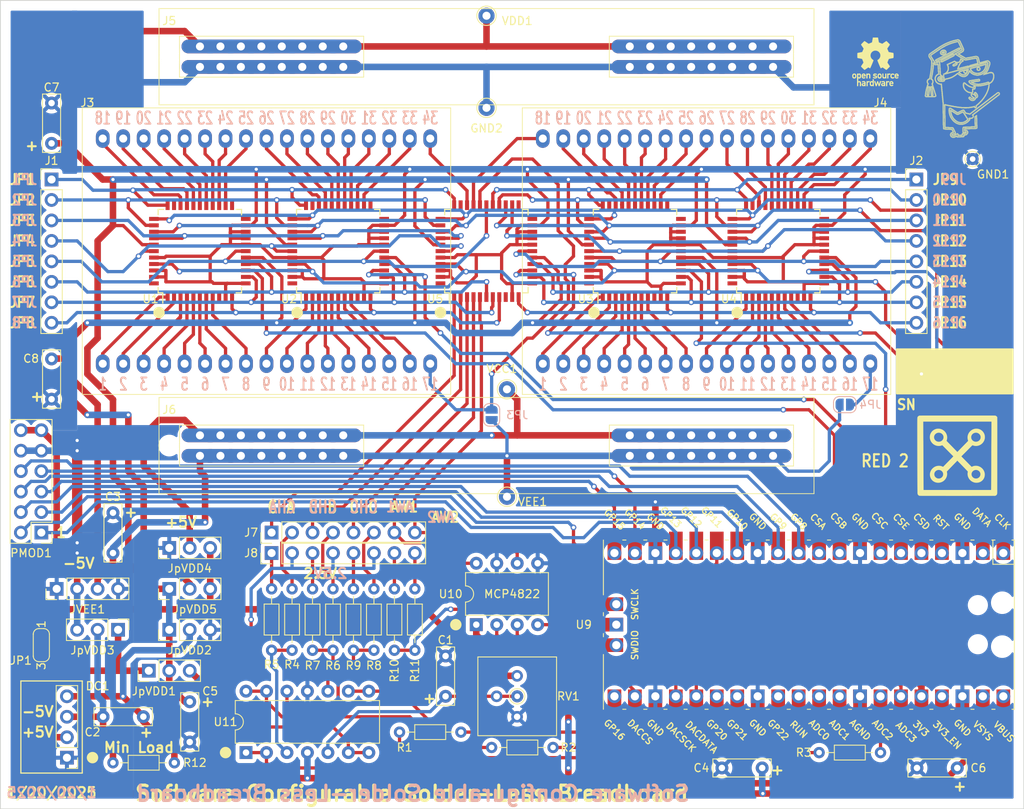
<source format=kicad_pcb>
(kicad_pcb (version 20240108) (generator "pcbnew") (generator_version "8.0")
  (layers (0 "F.Cu" signal) (31 "B.Cu" signal) (34 "B.Paste" user) (35 "F.Paste" user) (36 "B.SilkS" user "B.Silkscreen") (37 "F.SilkS" user "F.Silkscreen") (38 "B.Mask" user) (39 "F.Mask" user) (44 "Edge.Cuts" user))
  (net 0 "")
  (net 1 "JP1")
  (net 2 "JP2")
  (net 3 "JP3")
  (net 4 "JP4")
  (net 5 "JP5")
  (net 6 "JP6")
  (net 7 "JP7")
  (net 8 "JP8")
  (net 9 "JP9")
  (net 10 "JP10")
  (net 11 "JP11")
  (net 12 "JP12")
  (net 13 "JP13")
  (net 14 "JP14")
  (net 15 "JP15")
  (net 16 "JP16")
  (net 17 "CA13")
  (net 18 "CA5")
  (net 19 "CA3")
  (net 20 "CA1")
  (net 21 "CA14")
  (net 22 "CA6")
  (net 23 "CA8")
  (net 24 "CA10")
  (net 25 "CB13")
  (net 26 "CB5")
  (net 27 "CB3")
  (net 28 "CB1")
  (net 29 "CB14")
  (net 30 "CB6")
  (net 31 "CB8")
  (net 32 "CB10")
  (net 33 "CA12")
  (net 34 "CA4")
  (net 35 "CA2")
  (net 36 "CA0")
  (net 37 "CA15")
  (net 38 "CA7")
  (net 39 "CA9")
  (net 40 "CA11")
  (net 41 "Net-(J8-Pin_8)")
  (net 42 "CB12")
  (net 43 "CB4")
  (net 44 "CB2")
  (net 45 "CB0")
  (net 46 "CB15")
  (net 47 "CB7")
  (net 48 "CB9")
  (net 49 "CB11")
  (net 50 "CC13")
  (net 51 "CC5")
  (net 52 "CC3")
  (net 53 "CC1")
  (net 54 "CC14")
  (net 55 "CC6")
  (net 56 "CC8")
  (net 57 "CC10")
  (net 58 "CD13")
  (net 59 "CD5")
  (net 60 "CD3")
  (net 61 "CD1")
  (net 62 "CD14")
  (net 63 "CD6")
  (net 64 "CD8")
  (net 65 "CD10")
  (net 66 "CE0")
  (net 67 "CC12")
  (net 68 "CC4")
  (net 69 "GND")
  (net 70 "CC2")
  (net 71 "VEE")
  (net 72 "VDD")
  (net 73 "RST")
  (net 74 "CC0")
  (net 75 "CC15")
  (net 76 "CC7")
  (net 77 "CC9")
  (net 78 "CC11")
  (net 79 "Net-(J4-Pin_17)")
  (net 80 "CD12")
  (net 81 "CSA")
  (net 82 "CSB")
  (net 83 "CSC")
  (net 84 "CSD")
  (net 85 "CSE")
  (net 86 "CD4")
  (net 92 "ADC3")
  (net 97 "CLK")
  (net 98 "DATA")
  (net 99 "CD2")
  (net 100 "CD0")
  (net 101 "CD15")
  (net 102 "VSYS")
  (net 103 "DACCS")
  (net 104 "DACSCK")
  (net 105 "DACDATA")
  (net 106 "DAC2OUT")
  (net 107 "DAC1OUT")
  (net 108 "ADC0")
  (net 109 "ADC1")
  (net 110 "ADC2")
  (net 111 "AinL")
  (net 112 "BinL")
  (net 113 "CinL")
  (net 114 "V165")
  (net 115 "V3P3")
  (net 116 "AinH")
  (net 117 "BinH")
  (net 118 "CinH")
  (net 119 "Net-(U11A-+)")
  (net 120 "Net-(U11B-+)")
  (net 121 "Net-(U11C-+)")
  (net 122 "Net-(U11A--)")
  (net 123 "Net-(U11C--)")
  (net 124 "Net-(U11D--)")
  (net 125 "Net-(U11D-+)")
  (net 126 "VBUS")
  (net 127 "VEE1")
  (net 128 "VDD1")
  (net 129 "Net-(DC1-Pin_4)")
  (net 130 "Net-(DC1-Pin_3)")
  (net 131 "CD7")
  (net 132 "CD9")
  (net 133 "CD11")
  (net 134 "Net-(JP1-C)")
  (net 135 "CS")
  (net 136 "MOSI")
  (net 137 "MISO")
  (net 138 "CE2")
  (net 139 "VCC")
  (net 140 "CE1")
  (net 141 "SCK")
  (net 142 "GPIO8")
  (net 143 "GPIO9")
  (net 144 "GPIO10")
  (net 145 "GPIO11")
  (net 146 "Net-(J8-Pin_7)")
  (net 147 "AIN")
  (net 148 "BIN")
  (net 149 "CIN")
  (footprint "Capacitor_THT:C_Rect_L7.0mm_W2.0mm_P5.00mm" (layer "F.Cu") (at 93.305 134.61 180)
    (property "Reference" "C2")
    (property "Value" "0.22u")
  )
  (footprint "Connector_PinHeader_2.54mm:PinHeader_1x04_P2.54mm_Vertical" (layer "F.Cu") (at 82.55 118.745 90)
    (property "Reference" "JVEE1")
    (property "Value" "Conn_01x04_Pin" (hide yes))
  )
  (footprint "Capacitor_THT:C_Rect_L7.0mm_W2.0mm_P5.00mm" (layer "F.Cu") (at 99.06 132.755 -90)
    (property "Reference" "C5")
    (property "Value" "0.22u")
  )
  (footprint "Capacitor_THT:C_Rect_L7.0mm_W2.0mm_P5.00mm" (layer "F.Cu") (at 89.535 114.3 90)
    (property "Reference" "C3")
    (property "Value" "0.22u")
  )
  (footprint "Resistor_THT:R_Axial_DIN0204_L3.6mm_D1.6mm_P7.62mm_Horizontal" (layer "F.Cu") (at 119.38 126.365 90)
    (property "Reference" "R9")
    (property "Value" "680k")
  )
  (footprint "MountingHole:MountingHole_2.2mm_M2_ISO7380" (layer "F.Cu") (at 96.52 100.965)
    (property "Reference" "REF**" (hide yes))
    (property "Value" "MountingHole_2.2mm_M2_ISO7380" (hide yes))
  )
  (footprint "MountingHole:MountingHole_2.2mm_M2_ISO7380" (layer "F.Cu") (at 175.26 100.965)
    (property "Reference" "REF**" (hide yes))
    (property "Value" "MountingHole_2.2mm_M2_ISO7380" (hide yes))
  )
  (footprint "TestPoint:TestPoint_THTPad_D1.5mm_Drill0.7mm" (layer "F.Cu") (at 139.7 132.08 -90)
    (property "Reference" "TP6" (hide yes))
    (property "Value" "TestPoint" (hide yes))
  )
  (footprint "Capacitor_THT:C_Rect_L7.0mm_W2.0mm_P5.00mm" (layer "F.Cu") (at 81.915 95.21 90)
    (property "Reference" "C8")
    (property "Value" "0.22u")
  )
  (footprint "Resistor_THT:R_Axial_DIN0204_L3.6mm_D1.6mm_P7.62mm_Horizontal" (layer "F.Cu") (at 89.535 140.325)
    (property "Reference" "R12")
    (property "Value" "510")
  )
  (footprint "Package_DIP:DIP-8_W7.62mm" (layer "F.Cu") (at 134.62 123.19 90)
    (property "Reference" "U10")
    (property "Value" "MCP4822")
  )
  (footprint "Connector_PinHeader_2.54mm:PinHeader_1x03_P2.54mm_Vertical" (layer "F.Cu") (at 96.52 123.825 90)
    (property "Reference" "JpVDD2")
    (property "Value" "Conn_01x03_Pin" (hide yes))
  )
  (footprint "JumperlessFootprints:LQFP44_Tight" (layer "F.Cu") (at 153.9192 76.4286 90)
    (property "Reference" "U3" (hide yes))
    (property "Value" "~" (hide yes))
  )
  (footprint "Connector_PinHeader_2.54mm:PinHeader_1x08_P2.54mm_Vertical" (layer "F.Cu") (at 81.915 67.945)
    (property "Reference" "J1")
    (property "Value" "Conn_01x08_Pin" (hide yes))
  )
  (footprint "Connector_PinHeader_2.54mm:PinHeader_1x08_P2.54mm_Vertical" (layer "F.Cu") (at 189.23 67.945)
    (property "Reference" "J2")
    (property "Value" "Conn_01x08_Pin" (hide yes))
  )
  (footprint "Library:Solderless_mini_th_pogo_2x17_P2.54mm" (layer "F.Cu") (at 142.875 80.645 90)
    (property "Reference" "J4")
    (property "Value" "Solderless_mini_2Rows-17Pins" (hide yes))
  )
  (footprint "Connector_PinHeader_2.54mm:PinHeader_1x04_P2.54mm_Vertical" (layer "F.Cu") (at 83.82 139.7 180)
    (property "Reference" "DC1")
    (property "Value" "CME0505S3C" (hide yes))
  )
  (footprint "Resistor_THT:R_Axial_DIN0204_L3.6mm_D1.6mm_P7.62mm_Horizontal" (layer "F.Cu") (at 132.715 136.525 180)
    (property "Reference" "R1")
    (property "Value" "220")
  )
  (footprint "Capacitor_THT:C_Rect_L7.0mm_W2.0mm_P5.00mm" (layer "F.Cu") (at 130.81 132.08 90)
    (property "Reference" "C1")
    (property "Value" "0.22u")
  )
  (footprint "Resistor_THT:R_Axial_DIN0204_L3.6mm_D1.6mm_P7.62mm_Horizontal" (layer "F.Cu") (at 121.92 126.365 90)
    (property "Reference" "R8")
    (property "Value" "330k")
  )
  (footprint "Library:Solderless_power_2x4_P2.54mm" (layer "F.Cu") (at 100.33 55.245 90)
    (property "Reference" "J5")
    (property "Value" "Solderless_power-4Pins" (hide yes))
  )
  (footprint "Library:Solderless_power_2x4_P2.54mm" (layer "F.Cu") (at 100.33 103.505 90)
    (property "Reference" "J6")
    (property "Value" "Solderless_power-4Pins" (hide yes))
  )
  (footprint "Resistor_THT:R_Axial_DIN0204_L3.6mm_D1.6mm_P7.62mm_Horizontal" (layer "F.Cu") (at 116.84 126.365 90)
    (property "Reference" "R6")
    (property "Value" "330k")
  )
  (footprint "Resistor_THT:R_Axial_DIN0204_L3.6mm_D1.6mm_P7.62mm_Horizontal" (layer "F.Cu") (at 111.76 126.365 90)
    (property "Reference" "R4")
    (property "Value" "330k")
  )
  (footprint "Connector_PinHeader_2.54mm:PinHeader_1x03_P2.54mm_Vertical" (layer "F.Cu") (at 93.98 128.905 90)
    (property "Reference" "JpVDD1")
    (property "Value" "Conn_01x03_Pin" (hide yes))
  )
  (footprint "Connector_PinHeader_2.54mm:PinHeader_1x08_P2.54mm_Vertical" (layer "F.Cu") (at 109.22 114.3 90)
    (property "Reference" "J8")
    (property "Value" "Conn_01x08_Pin" (hide yes))
  )
  (footprint "Connector_PinHeader_2.54mm:PinHeader_1x03_P2.54mm_Vertical" (layer "F.Cu") (at 96.52 118.745 90)
    (property "Reference" "JpVDD5")
    (property "Value" "Conn_01x03_Pin" (hide yes))
  )
  (footprint "Jumper:SolderJumper-3_P1.3mm_Open_RoundedPad1.0x1.5mm_NumberLabels" (layer "F.Cu") (at 80.645 125.73 -90)
    (property "Reference" "JP1")
    (property "Value" "SolderJumper_3_Open" (hide yes))
  )
  (footprint "Library:Proffessor" (layer "F.Cu") (at 194.6841 64.77505)
    (property "Reference" "")
    (property "Value" "Proffessor" (hide yes))
  )
  (footprint "Library:OSHW-Logo_5.7x6mm_SilkScreen" (layer "F.Cu") (at 184.15 53.34)
    (property "Reference" "REF**" (hide yes))
    (property "Value" "OSHW-Logo_5.7x6mm_SilkScreen" (hide yes))
  )
  (footprint "Library:Solderless_mini_th_pogo_2x17_P2.54mm" (layer "F.Cu") (at 88.265 80.645 90)
    (property "Reference" "J3")
    (property "Value" "Solderless_mini_2Rows-17Pins" (hide yes))
  )
  (footprint "JumperlessFootprints:LQFP44_Tight" (layer "F.Cu") (at 99.9142 76.4286 90)
    (property "Reference" "U1" (hide yes))
    (property "Value" "~" (hide yes))
  )
  (footprint "Resistor_THT:R_Axial_DIN0204_L3.6mm_D1.6mm_P7.62mm_Horizontal" (layer "F.Cu") (at 144.145 138.43 180)
    (property "Reference" "R2")
    (property "Value" "220")
  )
  (footprint "Connector_PinHeader_2.54mm:PinHeader_1x08_P2.54mm_Vertical" (layer "F.Cu") (at 109.22 111.76 90)
    (property "Reference" "J7")
    (property "Value" "Conn_01x08_Pin" (hide yes))
  )
  (footprint "TestPoint:TestPoint_THTPad_D2.0mm_Drill1.0mm" (layer "F.Cu") (at 135.89 59.055)
    (property "Reference" "GND2")
    (property "Value" "TestPoint" (hide yes))
  )
  (footprint "Capacitor_THT:C_Rect_L7.0mm_W2.0mm_P5.00mm" (layer "F.Cu") (at 194.31 140.97 180)
    (property "Reference" "C6")
    (property "Value" "0.22u")
  )
  (footprint "TestPoint:TestPoint_THTPad_D2.0mm_Drill1.0mm" (layer "F.Cu") (at 138.43 107.315)
    (property "Reference" "VEE1")
    (property "Value" "TestPoint" (hide yes))
  )
  (footprint "MountingHole:MountingHole_2.2mm_M2_ISO7380" (layer "F.Cu") (at 175.26 52.705)
    (property "Reference" "REF**" (hide yes))
    (property "Value" "MountingHole_2.2mm_M2_ISO7380" (hide yes))
  )
  (footprint "Package_DIP:DIP-14_W7.62mm" (layer "F.Cu") (at 106.045 139.065 90)
    (property "Reference" "U11")
    (property "Value" "MCP6004" (hide yes))
  )
  (footprint "Resistor_THT:R_Axial_DIN0204_L3.6mm_D1.6mm_P7.62mm_Horizontal" (layer "F.Cu") (at 184.785 139.065 180)
    (property "Reference" "R3")
    (property "Value" "220")
  )
  (footprint "JumperlessFootprints:LQFP44_Tight" (layer "F.Cu") (at 117.0892 76.4286 90)
    (property "Reference" "U2" (hide yes))
    (property "Value" "~" (hide yes))
  )
  (footprint "Library:xlab-logo3" (layer "F.Cu") (at 194.31 102.235)
    (property "Reference" "G***" (hide yes))
    (property "Value" "LOGO" (hide yes))
  )
  (footprint "TestPoint:TestPoint_THTPad_D2.0mm_Drill1.0mm" (layer "F.Cu") (at 138.43 93.98)
    (property "Reference" "VCC1")
    (property "Value" "TestPoint" (hide yes))
  )
  (footprint "Library:PMOD_Header_2x06_P2.54mm" (layer "F.Cu") (at 80.645 111.76 180)
    (property "Reference" "PMOD1")
    (property "Value" "Conn_02x06_Top_Bottom" (hide yes))
  )
  (footprint "Resistor_THT:R_Axial_DIN0204_L3.6mm_D1.6mm_P7.62mm_Horizontal" (layer "F.Cu") (at 127 126.365 90)
    (property "Reference" "R11")
    (property "Value" "68k")
  )
  (footprint "Connector_PinHeader_2.54mm:PinHeader_1x03_P2.54mm_Vertical" (layer "F.Cu") (at 96.52 113.665 90)
    (property "Reference" "JpVDD4")
    (property "Value" "Conn_01x03_Pin" (hide yes))
  )
  (footprint "MCU_RaspberryPi_and_Boards:RPi_Pico_SMD_TH" (layer "F.Cu") (at 175.895 123.19 -90)
    (property "Reference" "U9")
    (property "Value" "Pico")
  )
  (footprint "MountingHole:MountingHole_2.2mm_M2_ISO7380" (layer "F.Cu") (at 96.52 52.705)
    (property "Reference" "REF**" (hide yes))
    (property "Value" "MountingHole_2.2mm_M2_ISO7380" (hide yes))
  )
  (footprint "Capacitor_THT:C_Rect_L7.0mm_W2.0mm_P5.00mm" (layer "F.Cu") (at 170.1 140.97 180)
    (property "Reference" "C4")
    (property "Value" "0.22u")
  )
  (footprint "JumperlessFootprints:LQFP44_Tight" (layer "F.Cu") (at 171.6992 76.4286 90)
    (property "Reference" "U4" (hide yes))
    (property "Value" "~" (hide yes))
  )
  (footprint "Resistor_THT:R_Axial_DIN0204_L3.6mm_D1.6mm_P7.62mm_Horizontal" (layer "F.Cu") (at 114.3 126.365 90)
    (property "Reference" "R7")
    (property "Value" "680k")
  )
  (footprint "JumperlessFootprints:LQFP44_Tight" (layer "F.Cu") (at 135.4742 76.4286 90)
    (property "Reference" "U5" (hide yes))
    (property "Value" "~" (hide yes))
  )
  (footprint "Capacitor_THT:C_Rect_L7.0mm_W2.0mm_P5.00mm" (layer "F.Cu") (at 81.915 63.46 90)
    (property "Reference" "C7")
    (property "Value" "0.22u")
  )
  (footprint "Resistor_THT:R_Axial_DIN0204_L3.6mm_D1.6mm_P7.62mm_Horizontal" (layer "F.Cu") (at 109.22 126.365 90)
    (property "Reference" "R5")
    (property "Value" "680k")
  )
  (footprint "TestPoint:TestPoint_THTPad_D1.5mm_Drill0.7mm" (layer "F.Cu") (at 196.215 65.405)
    (property "Reference" "GND1")
    (property "Value" "TestPoint" (hide yes))
  )
  (footprint "Potentiometer_THT:Potentiometer_Bourns_3386P_Vertical" (layer "F.Cu") (at 139.685 129.54 180)
    (property "Reference" "RV1")
    (property "Value" "10k")
  )
  (footprint "TestPoint:TestPoint_THTPad_D2.0mm_Drill1.0mm" (layer "F.Cu") (at 135.89 47.625)
    (property "Reference" "VDD1")
    (property "Value" "TestPoint" (hide yes))
  )
  (footprint "Resistor_THT:R_Axial_DIN0204_L3.6mm_D1.6mm_P7.62mm_Horizontal" (layer "F.Cu") (at 124.46 126.365 90)
    (property "Reference" "R10")
    (property "Value" "33k")
  )
  (footprint "Connector_PinHeader_2.54mm:PinHeader_1x03_P2.54mm_Vertical" (layer "F.Cu") (at 90.17 123.825 -90)
    (property "Reference" "JpVDD3")
    (property "Value" "Conn_01x03_Pin" (hide yes))
  )
  (footprint "Jumper:SolderJumper-2_P1.3mm_Open_RoundedPad1.0x1.5mm" (layer "B.Cu") (at 136.525 97.155 -90)
    (property "Reference" "JP3")
    (property "Value" "SolderJumper_2_Open" (hide yes))
  )
  (footprint "Jumper:SolderJumper-2_P1.3mm_Open_RoundedPad1.0x1.5mm" (layer "B.Cu") (at 180.355 95.885 180)
    (property "Reference" "JP4")
    (property "Value" "SolderJumper_2_Open" (hide yes))
  )
  (gr_line (start 78.105 130.175) (end 85.725 130.175) (stroke (width 0.15)) (layer "F.SilkS"))
  (gr_circle (center 130.175 84.455) (end 130.175 85.09) (stroke (width 0.15)) (fill solid) (layer "F.SilkS"))
  (gr_circle (center 167.005 84.455) (end 167.005 85.09) (stroke (width 0.15)) (fill solid) (layer "F.SilkS"))
  (gr_circle (center 86.995 139.69) (end 86.36 139.69) (stroke (width 0.15)) (fill solid) (layer "F.SilkS"))
  (gr_circle (center 103.505 139.065) (end 103.505 139.7) (stroke (width 0.15)) (fill solid) (layer "F.SilkS"))
  (gr_line (start 85.725 130.175) (end 85.725 141.605) (stroke (width 0.15)) (layer "F.SilkS"))
  (gr_circle (center 112.395 84.455) (end 112.395 85.09) (stroke (width 0.15)) (fill solid) (layer "F.SilkS"))
  (gr_circle (center 149.225 84.455) (end 149.225 85.09) (stroke (width 0.15)) (fill solid) (layer "F.SilkS"))
  (gr_circle (center 95.25 84.455) (end 95.25 85.09) (stroke (width 0.15)) (fill solid) (layer "F.SilkS"))
  (gr_line (start 78.105 141.605) (end 78.105 130.175) (stroke (width 0.15)) (layer "F.SilkS"))
  (gr_circle (center 132.08 123.19) (end 132.715 123.19) (stroke (width 0.15)) (fill solid) (layer "F.SilkS"))
  (gr_line (start 85.725 141.605) (end 78.105 141.605) (stroke (width 0.15)) (layer "F.SilkS"))
  (gr_rect (start 75.565 45.72) (end 202.565 146.05) (stroke (width 0.1)) (fill none) (layer "Edge.Cuts"))
  (gr_text "JP9" (at 195.58 67.945 0) (layer "B.SilkS") (effects (font (size 1.27 1.143) (thickness 0.254) (bold yes)) (justify left mirror)))
  (gr_text "JP14" (at 195.58 80.645 0) (layer "B.SilkS") (effects (font (size 1.27 1.143) (thickness 0.254) (bold yes)) (justify left mirror)))
  (gr_text "JP3" (at 76.835 73.025 0) (layer "B.SilkS") (effects (font (size 1.27 1.143) (thickness 0.254) (bold yes)) (justify right mirror)))
  (gr_text "JP10" (at 195.58 70.485 0) (layer "B.SilkS") (effects (font (size 1.27 1.143) (thickness 0.254) (bold yes)) (justify left mirror)))
  (gr_text "JP11" (at 195.58 73.025 0) (layer "B.SilkS") (effects (font (size 1.27 1.143) (thickness 0.254) (bold yes)) (justify left mirror)))
  (gr_text "JP16" (at 195.58 85.725 0) (layer "B.SilkS") (effects (font (size 1.27 1.143) (thickness 0.254) (bold yes)) (justify left mirror)))
  (gr_text "JP8" (at 76.835 85.725 0) (layer "B.SilkS") (effects (font (size 1.27 1.143) (thickness 0.254) (bold yes)) (justify right mirror)))
  (gr_text "JP1" (at 76.835 67.945 0) (layer "B.SilkS") (effects (font (size 1.27 1.143) (thickness 0.254) (bold yes)) (justify right mirror)))
  (gr_text "CHB" (at 117.475 108.585 0) (layer "B.SilkS") (effects (font (size 1.524 1.143) (thickness 0.254) (bold yes)) (justify left mirror)))
  (gr_text "Software Configurable Solder-Less Breadboard" (at 161.29 144.145 0) (layer "B.SilkS") (effects (font (size 1.905 1.905) (thickness 0.381) (bold yes)) (justify left mirror)))
  (gr_text "AW2" (at 132.08 109.855 0) (layer "B.SilkS") (effects (font (size 1.27 1.143) (thickness 0.254) (bold yes)) (justify left mirror)))
  (gr_text "JP15" (at 195.58 83.185 0) (layer "B.SilkS") (effects (font (size 1.27 1.143) (thickness 0.254) (bold yes)) (justify left mirror)))
  (gr_text "CHA" (at 112.395 108.585 0) (layer "B.SilkS") (effects (font (size 1.524 1.143) (thickness 0.254) (bold yes)) (justify left mirror)))
  (gr_text "JP4" (at 76.835 75.565 0) (layer "B.SilkS") (effects (font (size 1.27 1.143) (thickness 0.254) (bold yes)) (justify right mirror)))
  (gr_text "2.5V" (at 118.745 116.84 0) (layer "B.SilkS") (effects (font (size 1.27 1.27) (thickness 0.254) (bold yes)) (justify left mirror)))
  (gr_text "AW1" (at 127 108.585 0) (layer "B.SilkS") (effects (font (size 1.27 1.143) (thickness 0.254) (bold yes)) (justify left mirror)))
  (gr_text "JP2" (at 76.835 70.485 0) (layer "B.SilkS") (effects (font (size 1.27 1.143) (thickness 0.254) (bold yes)) (justify right mirror)))
  (gr_text "JP7" (at 76.835 83.185 0) (layer "B.SilkS") (effects (font (size 1.27 1.143) (thickness 0.254) (bold yes)) (justify right mirror)))
  (gr_text "1/20/2025" (at 81.915 144.78 0) (layer "B.SilkS") (effects (font (size 1.27 1.27) (thickness 0.254) (bold yes)) (justify bottom mirror)))
  (gr_text "JP5" (at 76.835 78.105 0) (layer "B.SilkS") (effects (font (size 1.27 1.143) (thickness 0.254) (bold yes)) (justify right mirror)))
  (gr_text "JP12" (at 195.58 75.565 0) (layer "B.SilkS") (effects (font (size 1.27 1.143) (thickness 0.254) (bold yes)) (justify left mirror)))
  (gr_text "JP6" (at 76.835 80.645 0) (layer "B.SilkS") (effects (font (size 1.27 1.143) (thickness 0.254) (bold yes)) (justify right mirror)))
  (gr_text "CHC" (at 122.555 108.585 0) (layer "B.SilkS") (effects (font (size 1.524 1.143) (thickness 0.254) (bold yes)) (justify left mirror)))
  (gr_text "JP13" (at 195.58 78.105 0) (layer "B.SilkS") (effects (font (size 1.27 1.143) (thickness 0.254) (bold yes)) (justify left mirror)))
  (gr_text "+" (at 195.58 144.145 180) (layer "F.SilkS") (effects (font (size 1.27 1.27) (thickness 0.254) (bold yes)) (justify left top)))
  (gr_text "AW1" (at 123.825 108.585 0) (layer "F.SilkS") (effects (font (size 1.27 1.143) (thickness 0.254) (bold yes)) (justify left)))
  (gr_text "JP9" (at 191.135 67.945 0) (layer "F.SilkS") (effects (font (size 1.27 1.143) (thickness 0.254) (bold yes)) (justify left)))
  (gr_text "JP10" (at 191.135 70.485 0) (layer "F.SilkS") (effects (font (size 1.27 1.143) (thickness 0.254) (bold yes)) (justify left)))
  (gr_text "JP3" (at 80.01 73.025 0) (layer "F.SilkS") (effects (font (size 1.27 1.143) (thickness 0.254) (bold yes)) (justify right)))
  (gr_text "Min Load" (at 88.265 138.43 0) (layer "F.SilkS") (effects (font (size 1.27 1.27) (thickness 0.254) (bold yes)) (justify left)))
  (gr_text "CHB" (at 113.665 108.585 0) (layer "F.SilkS") (effects (font (size 1.524 1.143) (thickness 0.254) (bold yes)) (justify left)))
  (gr_text "JP4" (at 80.01 75.565 0) (layer "F.SilkS") (effects (font (size 1.27 1.143) (thickness 0.254) (bold yes)) (justify right)))
  (gr_text "JP11" (at 191.135 73.025 0) (layer "F.SilkS") (effects (font (size 1.27 1.143) (thickness 0.254) (bold yes)) (justify left)))
  (gr_text "JP15" (at 191.135 83.185 0) (layer "F.SilkS") (effects (font (size 1.27 1.143) (thickness 0.254) (bold yes)) (justify left)))
  (gr_text "JP7" (at 80.01 83.185 0) (layer "F.SilkS") (effects (font (size 1.27 1.143) (thickness 0.254) (bold yes)) (justify right)))
  (gr_text "+" (at 79.375 64.77 90) (layer "F.SilkS") (effects (font (size 1.27 1.27) (thickness 0.254) (bold yes)) (justify left)))
  (gr_text "CHA" (at 108.585 108.585 0) (layer "F.SilkS") (effects (font (size 1.524 1.143) (thickness 0.254) (bold yes)) (justify left)))
  (gr_text "+5V" (at 95.885 110.49 0) (layer "F.SilkS") (effects (font (size 1.27 1.27) (thickness 0.254) (bold yes)) (justify left)))
  (gr_text "+" (at 90.805 109.22 0) (layer "F.SilkS") (effects (font (size 1.27 1.27) (thickness 0.254) (bold yes)) (justify left)))
  (gr_text "Software Configurable Solder-Less Breadboard" (at 92.075 144.145 0) (layer "F.SilkS") (effects (font (size 1.905 1.905) (thickness 0.381) (bold yes)) (justify left)))
  (gr_text "JP8" (at 80.01 85.725 0) (layer "F.SilkS") (effects (font (size 1.27 1.143) (thickness 0.254) (bold yes)) (justify right)))
  (gr_text "SN" (at 186.69 95.885 0) (layer "F.SilkS") (effects (font (size 1.27 1.143) (thickness 0.254) (bold yes)) (justify left)))
  (gr_text "JP13" (at 191.135 78.105 0) (layer "F.SilkS") (effects (font (size 1.27 1.143) (thickness 0.254) (bold yes)) (justify left)))
  (gr_text "JP16" (at 191.135 85.725 0) (layer "F.SilkS") (effects (font (size 1.27 1.143) (thickness 0.254) (bold yes)) (justify left)))
  (gr_text "2.5V" (at 113.03 116.84 0) (layer "F.SilkS") (effects (font (size 1.27 1.27) (thickness 0.254) (bold yes)) (justify left)))
  (gr_text "1/20/2025" (at 81.915 144.78 0) (layer "F.SilkS") (effects (font (size 1.27 1.27) (thickness 0.254) (bold yes)) (justify bottom)))
  (gr_text "JP12" (at 191.135 75.565 0) (layer "F.SilkS") (effects (font (size 1.27 1.143) (thickness 0.254) (bold yes)) (justify left)))
  (gr_text "JP5" (at 80.01 78.105 0) (layer "F.SilkS") (effects (font (size 1.27 1.143) (thickness 0.254) (bold yes)) (justify right)))
  (gr_text "-5V" (at 83.185 115.57 0) (layer "F.SilkS") (effects (font (size 1.27 1.27) (thickness 0.254) (bold yes)) (justify left)))
  (gr_text "JP2" (at 80.01 70.485 0) (layer "F.SilkS") (effects (font (size 1.27 1.143) (thickness 0.254) (bold yes)) (justify right)))
  (gr_text "AW2" (at 128.905 109.855 0) (layer "F.SilkS") (effects (font (size 1.27 1.143) (thickness 0.254) (bold yes)) (justify left)))
  (gr_text "+" (at 172.085 140.335 -90) (layer "F.SilkS") (effects (font (size 1.27 1.27) (thickness 0.254) (bold yes)) (justify left)))
  (gr_text "+" (at 128.905 131.445 -90) (layer "F.SilkS") (effects (font (size 1.27 1.27) (thickness 0.254) (bold yes)) (justify left)))
  (gr_text "JP14" (at 191.135 80.645 0) (layer "F.SilkS") (effects (font (size 1.27 1.143) (thickness 0.254) (bold yes)) (justify left)))
  (gr_text "CHC" (at 118.745 108.585 0) (layer "F.SilkS") (effects (font (size 1.524 1.143) (thickness 0.254) (bold yes)) (justify left)))
  (gr_text "+5V" (at 78.105 136.515 0) (layer "F.SilkS") (effects (font (size 1.27 1.27) (thickness 0.254) (bold yes)) (justify left)))
  (gr_text "JP6" (at 80.01 80.645 0) (layer "F.SilkS") (effects (font (size 1.27 1.143) (thickness 0.254) (bold yes)) (justify right)))
  (gr_text "RED 2" (at 182.245 102.87 0) (layer "F.SilkS") (effects (font (size 1.524 1.27) (thickness 0.254) (bold yes)) (justify left)))
  (gr_text "+" (at 80.01 95.885 90) (layer "F.SilkS") (effects (font (size 1.27 1.27) (thickness 0.254) (bold yes)) (justify left)))
  (gr_text "JP1" (at 80.01 67.945 0) (layer "F.SilkS") (effects (font (size 1.27 1.143) (thickness 0.254) (bold yes)) (justify right)))
  (gr_text "+" (at 92.71 136.525 0) (layer "F.SilkS") (effects (font (size 1.27 1.27) (thickness 0.254) (bold yes)) (justify left)))
  (gr_text "-5V" (at 78.105 133.975 0) (layer "F.SilkS") (effects (font (size 1.27 1.27) (thickness 0.254) (bold yes)) (justify left)))
  (gr_text "+" (at 100.33 132.715 0) (layer "F.SilkS") (effects (font (size 1.27 1.27) (thickness 0.254) (bold yes)) (justify left)))
  (gr_text "1" (at 83.82 111.76 0) (layer "F.SilkS") (effects (font (size 1.27 1.143) (thickness 0.254) (bold yes)) (justify right)))
  (segment (start 111.76 70.1675) (end 112.7275 71.135) (width 0.4064) (layer "F.Cu") (net 1))
  (segment (start 111.76 69.215) (end 111.76 70.1675) (width 0.4064) (layer "F.Cu") (net 1))
  (segment (start 112.7275 71.135) (end 113.49 71.135) (width 0.4064) (layer "F.Cu") (net 1))
  (segment (start 92.0115 69.2785) (end 93.868 71.135) (width 0.4064) (layer "F.Cu") (net 1))
  (segment (start 131.875 70.28) (end 131.875 71.135) (width 0.4064) (layer "F.Cu") (net 1))
  (segment (start 130.81 69.215) (end 131.875 70.28) (width 0.4064) (layer "F.Cu") (net 1))
  (segment (start 93.868 71.135) (end 96.315 71.135) (width 0.4064) (layer "F.Cu") (net 1))
  (via (at 130.81 69.215) (size 0.700001) (drill 0.399999) (layers "F.Cu" "B.Cu") (net 1))
  (via (at 111.76 69.215) (size 0.700001) (drill 0.399999) (layers "F.Cu" "B.Cu") (net 1))
  (via (at 92.0115 69.2785) (size 0.700001) (drill 0.399999) (layers "F.Cu" "B.Cu") (net 1))
  (segment (start 85.725 67.945) (end 81.93 67.945) (width 0.4064) (layer "B.Cu") (net 1))
  (segment (start 81.915 67.96) (end 81.661 67.96) (width 0.4064) (layer "B.Cu") (net 1))
  (segment (start 87.0585 69.2785) (end 85.725 67.945) (width 0.4064) (layer "B.Cu") (net 1))
  (segment (start 92.075 69.215) (end 92.0115 69.2785) (width 0.4064) (layer "B.Cu") (net 1))
  (segment (start 81.93 67.945) (end 81.915 67.96) (width 0.4064) (layer "B.Cu") (net 1))
  (segment (start 130.81 69.215) (end 92.075 69.215) (width 0.4064) (layer "B.Cu") (net 1))
  (segment (start 92.0115 69.2785) (end 87.0585 69.2785) (width 0.4064) (layer "B.Cu") (net 1))
  (segment (start 93.6086 73.635) (end 94.615 73.635) (width 0.4064) (layer "F.Cu") (net 2))
  (segment (start 111.79 73.635) (end 110.7836 73.635) (width 0.4064) (layer "F.Cu") (net 2))
  (segment (start 128.27 70.485) (end 128.27 72.5864) (width 0.4064) (layer "F.Cu") (net 2))
  (segment (start 129.3186 73.635) (end 130.175 73.635) (width 0.4064) (layer "F.Cu") (net 2))
  (segment (start 91.44 70.485) (end 91.44 71.4664) (width 0.4064) (layer "F.Cu") (net 2))
  (segment (start 109.855 72.7064) (end 109.855 70.485) (width 0.4064) (layer "F.Cu") (net 2))
  (segment (start 128.27 72.5864) (end 129.3186 73.635) (width 0.4064) (layer "F.Cu") (net 2))
  (segment (start 91.44 71.4664) (end 93.6086 73.635) (width 0.4064) (layer "F.Cu") (net 2))
  (segment (start 110.7836 73.635) (end 109.855 72.7064) (width 0.4064) (layer "F.Cu") (net 2))
  (via (at 109.855 70.485) (size 0.700001) (drill 0.399999) (layers "F.Cu" "B.Cu") (net 2))
  (via (at 91.44 70.485) (size 0.700001) (drill 0.399999) (layers "F.Cu" "B.Cu") (net 2))
  (via (at 128.27 70.485) (size 0.700001) (drill 0.399999) (layers "F.Cu" "B.Cu") (net 2))
  (segment (start 128.27 70.485) (end 81.93 70.485) (width 0.4064) (layer "B.Cu") (net 2))
  (segment (start 81.93 70.485) (end 81.915 70.5) (width 0.4064) (layer "B.Cu") (net 2))
  (segment (start 81.915 70.5) (end 81.661 70.5) (width 0.4064) (layer "B.Cu") (net 2))
  (segment (start 98.425 74.93) (end 98.12 75.235) (width 0.4064) (layer "F.Cu") (net 3))
  (segment (start 115.57 74.93) (end 115.265 75.235) (width 0.4064) (layer "F.Cu") (net 3))
  (segment (start 132.715 74.93) (end 132.41 75.235) (width 0.4064) (layer "F.Cu") (net 3))
  (segment (start 98.12 75.235) (end 94.615 75.235) (width 0.4064) (layer "F.Cu") (net 3))
  (segment (start 115.265 75.235) (end 111.79 75.235) (width 0.4064) (layer "F.Cu") (net 3))
  (segment (start 132.41 75.235) (end 130.175 75.235) (width 0.4064) (layer "F.Cu") (net 3))
  (via (at 115.57 74.93) (size 0.700001) (drill 0.399999) (layers "F.Cu" "B.Cu") (net 3))
  (via (at 132.715 74.93) (size 0.700001) (drill 0.399999) (layers "F.Cu" "B.Cu") (net 3))
  (via (at 98.425 74.93) (size 0.700001) (drill 0.399999) (layers "F.Cu" "B.Cu") (net 3))
  (segment (start 115.57 74.93) (end 98.425 74.93) (width 0.4064) (layer "B.Cu") (net 3))
  (segment (start 118.11 74.295) (end 131.22242 74.295) (width 0.4064) (layer "B.Cu") (net 3))
  (segment (start 91.44 73.025) (end 81.915 73.025) (width 0.4064) (layer "B.Cu") (net 3))
  (segment (start 115.57 74.93) (end 117.475 74.93) (width 0.4064) (layer "B.Cu") (net 3))
  (segment (start 93.345 74.93) (end 91.44 73.025) (width 0.4064) (layer "B.Cu") (net 3))
  (segment (start 131.85742 74.93) (end 132.715 74.93) (width 0.4064) (layer "B.Cu") (net 3))
  (segment (start 98.425 74.93) (end 93.345 74.93) (width 0.4064) (layer "B.Cu") (net 3))
  (segment (start 131.22242 74.295) (end 131.85742 74.93) (width 0.4064) (layer "B.Cu") (net 3))
  (segment (start 117.475 74.93) (end 118.11 74.295) (width 0.4064) (layer "B.Cu") (net 3))
  (segment (start 130.175 76.835) (end 131.445 76.835) (width 0.4064) (layer "F.Cu") (net 4))
  (segment (start 132.08 76.2) (end 132.715 76.2) (width 0.4064) (layer "F.Cu") (net 4))
  (segment (start 92.71 77.47) (end 93.345 76.835) (width 0.4064) (layer "F.Cu") (net 4))
  (segment (start 131.445 76.835) (end 132.08 76.2) (width 0.4064) (layer "F.Cu") (net 4))
  (segment (start 109.855 76.835) (end 109.22 76.2) (width 0.4064) (layer "F.Cu") (net 4))
  (segment (start 111.79 76.835) (end 109.855 76.835) (width 0.4064) (layer "F.Cu") (net 4))
  (segment (start 93.345 76.835) (end 94.615 76.835) (width 0.4064) (layer "F.Cu") (net 4))
  (via (at 92.71 77.47) (size 0.700001) (drill 0.399999) (layers "F.Cu" "B.Cu") (net 4))
  (via (at 132.715 76.2) (size 0.700001) (drill 0.399999) (layers "F.Cu" "B.Cu") (net 4))
  (via (at 109.22 76.2) (size 0.700001) (drill 0.399999) (layers "F.Cu" "B.Cu") (net 4))
  (segment (start 125.095 74.93) (end 128.905 74.93) (width 0.4064) (layer "B.Cu") (net 4))
  (segment (start 92.71 77.47) (end 93.98 76.2) (width 0.4064) (layer "B.Cu") (net 4))
  (segment (start 128.905 74.93) (end 130.175 76.2) (width 0.4064) (layer "B.Cu") (net 4))
  (segment (start 85.09 75.565) (end 88.9 79.375) (width 0.4064) (layer "B.Cu") (net 4))
  (segment (start 130.175 76.2) (end 132.715 76.2) (width 0.4064) (layer "B.Cu") (net 4))
  (segment (start 109.22 76.2) (end 123.825 76.2) (width 0.4064) (layer "B.Cu") (net 4))
  (segment (start 81.915 75.565) (end 85.09 75.565) (width 0.4064) (layer "B.Cu") (net 4))
  (segment (start 90.805 79.375) (end 92.71 77.47) (width 0.4064) (layer "B.Cu") (net 4))
  (segment (start 93.98 76.2) (end 109.22 76.2) (width 0.4064) (layer "B.Cu") (net 4))
  (segment (start 123.825 76.2) (end 125.095 74.93) (width 0.4064) (layer "B.Cu") (net 4))
  (segment (start 88.9 79.375) (end 90.805 79.375) (width 0.4064) (layer "B.Cu") (net 4))
  (segment (start 104.775 76.835) (end 106.015 76.835) (width 0.4064) (layer "F.Cu") (net 5))
  (segment (start 135.875 71.135) (end 135.875 74.915) (width 0.4064) (layer "F.Cu") (net 5))
  (segment (start 123.19 76.835) (end 121.92 76.835) (width 0.4064) (layer "F.Cu") (net 5))
  (segment (start 121.92 76.835) (end 120.65 78.105) (width 0.4064) (layer "F.Cu") (net 5))
  (segment (start 135.875 74.915) (end 135.89 74.93) (width 0.4064) (layer "F.Cu") (net 5))
  (segment (start 103.505 78.105) (end 104.775 76.835) (width 0.4064) (layer "F.Cu") (net 5))
  (via (at 120.65 78.105) (size 0.700001) (drill 0.399999) (layers "F.Cu" "B.Cu") (net 5))
  (via (at 135.89 74.93) (size 0.700001) (drill 0.399999) (layers "F.Cu" "B.Cu") (net 5))
  (via (at 103.505 78.105) (size 0.700001) (drill 0.399999) (layers "F.Cu" "B.Cu") (net 5))
  (segment (start 93.98 80.645) (end 88.138 80.645) (width 0.4064) (layer "B.Cu") (net 5))
  (segment (start 85.598 78.105) (end 81.915 78.105) (width 0.4064) (layer "B.Cu") (net 5))
  (segment (start 103.505 78.105) (end 120.65 78.105) (width 0.4064) (layer "B.Cu") (net 5))
  (segment (start 132.08 78.74) (end 124.46 78.74) (width 0.4064) (layer "B.Cu") (net 5))
  (segment (start 88.138 80.645) (end 85.598 78.105) (width 0.4064) (layer "B.Cu") (net 5))
  (segment (start 135.89 74.93) (end 132.08 78.74) (width 0.4064) (layer "B.Cu") (net 5))
  (segment (start 103.505 78.105) (end 96.52 78.105) (width 0.4064) (layer "B.Cu") (net 5))
  (segment (start 123.825 78.105) (end 120.65 78.105) (width 0.4064) (layer "B.Cu") (net 5))
  (segment (start 124.46 78.74) (end 123.825 78.105) (width 0.4064) (layer "B.Cu") (net 5))
  (segment (start 96.52 78.105) (end 93.98 80.645) (width 0.4064) (layer "B.Cu") (net 5))
  (segment (start 135.89 82.52) (end 135.875 82.535) (width 0.4064) (layer "F.Cu") (net 6))
  (segment (start 109.22 80.01) (end 107.645 78.435) (width 0.4064) (layer "F.Cu") (net 6))
  (segment (start 107.645 78.435) (end 106.015 78.435) (width 0.4064) (layer "F.Cu") (net 6))
  (segment (start 125.73 81.915) (end 125.73 80.01) (width 0.4064) (layer "F.Cu") (net 6))
  (segment (start 125.73 80.01) (end 124.155 78.435) (width 0.4064) (layer "F.Cu") (net 6))
  (segment (start 124.155 78.435) (end 123.19 78.435) (width 0.4064) (layer "F.Cu") (net 6))
  (segment (start 109.22 81.915) (end 109.22 80.01) (width 0.4064) (layer "F.Cu") (net 6))
  (segment (start 135.89 80.645) (end 135.89 82.52) (width 0.4064) (layer "F.Cu") (net 6))
  (via (at 125.73 81.915) (size 0.700001) (drill 0.399999) (layers "F.Cu" "B.Cu") (net 6))
  (via (at 135.89 80.645) (size 0.700001) (drill 0.399999) (layers "F.Cu" "B.Cu") (net 6))
  (via (at 109.22 81.915) (size 0.700001) (drill 0.399999) (layers "F.Cu" "B.Cu") (net 6))
  (segment (start 125.73 81.915) (end 86.36 81.915) (width 0.4064) (layer "B.Cu") (net 6))
  (segment (start 86.36 81.915) (end 85.09 80.645) (width 0.4064) (layer "B.Cu") (net 6))
  (segment (start 85.09 80.645) (end 81.915 80.645) (width 0.4064) (layer "B.Cu") (net 6))
  (segment (start 135.89 80.645) (end 134.064375 80.645) (width 0.4064) (layer "B.Cu") (net 6))
  (segment (start 132.794375 81.915) (end 125.73 81.915) (width 0.4064) (layer "B.Cu") (net 6))
  (segment (start 134.064375 80.645) (end 132.794375 81.915) (width 0.4064) (layer "B.Cu") (net 6))
  (segment (start 136.525 83.82) (end 136.675 83.67) (width 0.4064) (layer "F.Cu") (net 7))
  (segment (start 106.8714 80.035) (end 106.015 80.035) (width 0.4064) (layer "F.Cu") (net 7))
  (segment (start 136.675 83.67) (end 136.675 82.535) (width 0.4064) (layer "F.Cu") (net 7))
  (segment (start 136.525 84.455) (end 136.525 83.82) (width 0.4064) (layer "F.Cu") (net 7))
  (segment (start 107.315 82.55) (end 107.315 80.4786) (width 0.4064) (layer "F.Cu") (net 7))
  (segment (start 124.333 83.058) (end 124.333 80.1716) (width 0.4064) (layer "F.Cu") (net 7))
  (segment (start 124.46 83.185) (end 124.333 83.058) (width 0.4064) (layer "F.Cu") (net 7))
  (segment (start 106.68 83.185) (end 107.315 82.55) (width 0.4064) (layer "F.Cu") (net 7))
  (segment (start 124.1964 80.035) (end 123.19 80.035) (width 0.4064) (layer "F.Cu") (net 7))
  (segment (start 124.333 80.1716) (end 124.1964 80.035) (width 0.4064) (layer "F.Cu") (net 7))
  (segment (start 107.315 80.4786) (end 106.8714 80.035) (width 0.4064) (layer "F.Cu") (net 7))
  (via (at 136.525 84.455) (size 0.700001) (drill 0.399999) (layers "F.Cu" "B.Cu") (net 7))
  (via (at 106.68 83.185) (size 0.700001) (drill 0.399999) (layers "F.Cu" "B.Cu") (net 7))
  (via (at 124.46 83.185) (size 0.700001) (drill 0.399999) (layers "F.Cu" "B.Cu") (net 7))
  (segment (start 124.46 83.185) (end 81.915 83.185) (width 0.4064) (layer "B.Cu") (net 7))
  (segment (start 133.35 84.455) (end 132.08 83.185) (width 0.4064) (layer "B.Cu") (net 7))
  (segment (start 132.08 83.185) (end 124.46 83.185) (width 0.4064) (layer "B.Cu") (net 7))
  (segment (start 136.525 84.455) (end 133.35 84.455) (width 0.4064) (layer "B.Cu") (net 7))
  (segment (start 137.475 85.41) (end 137.475 82.535) (width 0.4064) (layer "F.Cu") (net 8))
  (segment (start 104.775 84.455) (end 104.315 83.995) (width 0.4064) (layer "F.Cu") (net 8))
  (segment (start 104.3592 82.5792) (end 104.315 82.535) (width 0.4064) (layer "F.Cu") (net 8))
  (segment (start 121.92 84.455) (end 121.49 84.025) (width 0.4064) (layer "F.Cu") (net 8))
  (segment (start 104.315 83.995) (end 104.315 82.535) (width 0.4064) (layer "F.Cu") (net 8))
  (segment (start 137.16 85.725) (end 137.475 85.41) (width 0.4064) (layer "F.Cu") (net 8))
  (segment (start 121.49 84.025) (end 121.49 82.535) (width 0.4064) (layer "F.Cu") (net 8))
  (via (at 121.92 84.455) (size 0.700001) (drill 0.399999) (layers "F.Cu" "B.Cu") (net 8))
  (via (at 137.16 85.725) (size 0.700001) (drill 0.399999) (layers "F.Cu" "B.Cu") (net 8))
  (via (at 104.775 84.455) (size 0.700001) (drill 0.399999) (layers "F.Cu" "B.Cu") (net 8))
  (segment (start 132.715 85.725) (end 131.445 84.455) (width 0.4064) (layer "B.Cu") (net 8))
  (segment (start 131.445 84.455) (end 121.92 84.455) (width 0.4064) (layer "B.Cu") (net 8))
  (segment (start 121.92 84.455) (end 85.09 84.455) (width 0.4064) (layer "B.Cu") (net 8))
  (segment (start 85.09 84.455) (end 83.82 85.725) (width 0.4064) (layer "B.Cu") (net 8))
  (segment (start 137.16 85.725) (end 132.715 85.725) (width 0.4064) (layer "B.Cu") (net 8))
  (segment (start 83.82 85.725) (end 81.915 85.725) (width 0.4064) (layer "B.Cu") (net 8))
  (segment (start 148.59 69.215) (end 148.59 69.85) (width 0.4064) (layer "F.Cu") (net 9))
  (segment (start 148.59 69.85) (end 149.875 71.135) (width 0.4064) (layer "F.Cu") (net 9))
  (segment (start 137.16 69.215) (end 136.675 69.7) (width 0.4064) (layer "F.Cu") (net 9))
  (segment (start 168.1 70.31) (end 168.1 71.135) (width 0.4064) (layer "F.Cu") (net 9))
  (segment (start 136.675 69.7) (end 136.675 71.135) (width 0.4064) (layer "F.Cu") (net 9))
  (segment (start 149.875 71.135) (end 150.32 71.135) (width 0.4064) (layer "F.Cu") (net 9))
  (segment (start 167.005 69.215) (end 168.1 70.31) (width 0.4064) (layer "F.Cu") (net 9))
  (via (at 167.005 69.215) (size 0.700001) (drill 0.399999) (layers "F.Cu" "B.Cu") (net 9))
  (via (at 137.16 69.215) (size 0.700001) (drill 0.399999) (layers "F.Cu" "B.Cu") (net 9))
  (via (at 148.59 69.215) (size 0.700001) (drill 0.399999) (layers "F.Cu" "B.Cu") (net 9))
  (segment (start 168.275 67.945) (end 189.23 67.945) (width 0.4064) (layer "B.Cu") (net 9))
  (segment (start 167.005 69.215) (end 168.275 67.945) (width 0.4064) (layer "B.Cu") (net 9))
  (segment (start 167.005 69.215) (end 148.59 69.215) (width 0.4064) (layer "B.Cu") (net 9))
  (segment (start 137.16 69.215) (end 148.59 69.215) (width 0.4064) (layer "B.Cu") (net 9))
  (segment (start 137.475 70.2786) (end 137.475 71.135) (width 0.4064) (layer "F.Cu") (net 10))
  (segment (start 147.193 72.898) (end 147.93 73.635) (width 0.4064) (layer "F.Cu") (net 10))
  (segment (start 147.193 70.485) (end 147.193 72.898) (width 0.4064) (layer "F.Cu") (net 10))
  (segment (start 165.5436 73.635) (end 166.4 73.635) (width 0.4064) (layer "F.Cu") (net 10))
  (segment (start 137.9036 69.85) (end 137.475 70.2786) (width 0.4064) (layer "F.Cu") (net 10))
  (segment (start 141.605 70.485) (end 140.97 69.85) (width 0.4064) (layer "F.Cu") (net 10))
  (segment (start 164.465 70.485) (end 164.465 72.5564) (width 0.4064) (layer "F.Cu") (net 10))
  (segment (start 164.465 72.5564) (end 165.5436 73.635) (width 0.4064) (layer "F.Cu") (net 10))
  (segment (start 140.97 69.85) (end 137.9036 69.85) (width 0.4064) (layer "F.Cu") (net 10))
  (segment (start 147.93 73.635) (end 148.62 73.635) (width 0.4064) (layer "F.Cu") (net 10))
  (via (at 147.193 70.485) (size 0.700001) (drill 0.399999) (layers "F.Cu" "B.Cu") (net 10))
  (via (at 141.605 70.485) (size 0.700001) (drill 0.399999) (layers "F.Cu" "B.Cu") (net 10))
  (via (at 164.465 70.485) (size 0.700001) (drill 0.399999) (layers "F.Cu" "B.Cu") (net 10))
  (segment (start 189.23 70.485) (end 187.325 70.485) (width 0.4064) (layer "B.Cu") (net 10))
  (segment (start 189.357 70.612) (end 189.23 70.485) (width 0.4064) (layer "B.Cu") (net 10))
  (segment (start 168.91 70.485) (end 164.465 70.485) (width 0.4064) (layer "B.Cu") (net 10))
  (segment (start 170.18 69.215) (end 168.91 70.485) (width 0.4064) (layer "B.Cu") (net 10))
  (segment (start 187.325 70.485) (end 186.055 69.215) (width 0.4064) (layer "B.Cu") (net 10))
  (segment (start 186.055 69.215) (end 170.18 69.215) (width 0.4064) (layer "B.Cu") (net 10))
  (segment (start 164.465 70.485) (end 147.193 70.485) (width 0.4064) (layer "B.Cu") (net 10))
  (segment (start 141.605 70.485) (end 147.193 70.485) (width 0.4064) (layer "B.Cu") (net 10))
  (segment (start 168.529 75.692) (end 168.072 75.235) (width 0.4064) (layer "F.Cu") (net 11))
  (segment (start 168.072 75.235) (end 166.4 75.235) (width 0.4064) (layer "F.Cu") (net 11))
  (segment (start 150.8 75.235) (end 148.62 75.235) (width 0.4064) (layer "F.Cu") (net 11))
  (segment (start 151.257 75.692) (end 150.8 75.235) (width 0.4064) (layer "F.Cu") (net 11))
  (segment (start 138.275 72.545) (end 137.16 73.66) (width 0.4064) (layer "F.Cu") (net 11))
  (segment (start 138.275 71.135) (end 138.275 72.545) (width 0.4064) (layer "F.Cu") (net 11))
  (via (at 168.529 75.692) (size 0.700001) (drill 0.399999) (layers "F.Cu" "B.Cu") (net 11))
  (via (at 137.16 73.66) (size 0.700001) (drill 0.399999) (layers "F.Cu" "B.Cu") (net 11))
  (via (at 151.257 75.692) (size 0.700001) (drill 0.399999) (layers "F.Cu" "B.Cu") (net 11))
  (segment (start 149.225 73.66) (end 137.16 73.66) (width 0.4064) (layer "B.Cu") (net 11))
  (segment (start 151.257 75.692) (end 149.225 73.66) (width 0.4064) (layer "B.Cu") (net 11))
  (segment (start 172.085 73.025) (end 189.23 73.025) (width 0.4064) (layer "B.Cu") (net 11))
  (segment (start 151.257 75.692) (end 169.418 75.692) (width 0.4064) (layer "B.Cu") (net 11))
  (segment (start 169.418 75.692) (end 172.085 73.025) (width 0.4064) (layer "B.Cu") (net 11))
  (segment (start 170.18 76.835) (end 166.4 76.835) (width 0.4064) (layer "F.Cu") (net 12))
  (segment (start 138.43 74.93) (end 138.43 74.295) (width 0.4064) (layer "F.Cu") (net 12))
  (segment (start 139.075 72.1414) (end 139.075 71.135) (width 0.4064) (layer "F.Cu") (net 12))
  (segment (start 138.43 74.295) (end 139.065 73.66) (width 0.4064) (layer "F.Cu") (net 12))
  (segment (start 139.065 72.1514) (end 139.075 72.1414) (width 0.4064) (layer "F.Cu") (net 12))
  (segment (start 148.62 76.835) (end 152.4 76.835) (width 0.4064) (layer "F.Cu") (net 12))
  (segment (start 139.065 73.66) (end 139.065 72.1514) (width 0.4064) (layer "F.Cu") (net 12))
  (segment (start 170.815 76.2) (end 170.18 76.835) (width 0.4064) (layer "F.Cu") (net 12))
  (via (at 170.815 76.2) (size 0.700001) (drill 0.399999) (layers "F.Cu" "B.Cu") (net 12))
  (via (at 138.43 74.93) (size 0.700001) (drill 0.399999) (layers "F.Cu" "B.Cu") (net 12))
  (via (at 152.4 76.835) (size 0.700001) (drill 0.399999) (layers "F.Cu" "B.Cu") (net 12))
  (segment (start 170.815 76.2) (end 172.847 74.168) (width 0.4064) (layer "B.Cu") (net 12))
  (segment (start 185.42 75.565) (end 189.23 75.565) (width 0.4064) (layer "B.Cu") (net 12))
  (segment (start 148.59 74.93) (end 150.495 76.835) (width 0.4064) (layer "B.Cu") (net 12))
  (segment (start 170.18 76.835) (end 170.815 76.2) (width 0.4064) (layer "B.Cu") (net 12))
  (segment (start 150.495 76.835) (end 152.4 76.835) (width 0.4064) (layer "B.Cu") (net 12))
  (segment (start 138.43 74.93) (end 148.59 74.93) (width 0.4064) (layer "B.Cu") (net 12))
  (segment (start 184.023 74.168) (end 185.42 75.565) (width 0.4064) (layer "B.Cu") (net 12))
  (segment (start 172.847 74.168) (end 184.023 74.168) (width 0.4064) (layer "B.Cu") (net 12))
  (segment (start 152.4 76.835) (end 170.18 76.835) (width 0.4064) (layer "B.Cu") (net 12))
  (segment (start 175.26 78.105) (end 175.26 77.47) (width 0.4064) (layer "F.Cu") (net 13))
  (segment (start 158.75 76.835) (end 157.48 78.105) (width 0.4064) (layer "F.Cu") (net 13))
  (segment (start 139.573 77.216) (end 139.954 76.835) (width 0.4064) (layer "F.Cu") (net 13))
  (segment (start 139.954 76.835) (end 141.575 76.835) (width 0.4064) (layer "F.Cu") (net 13))
  (segment (start 175.895 76.835) (end 177.8 76.835) (width 0.4064) (layer "F.Cu") (net 13))
  (segment (start 175.26 77.47) (end 175.895 76.835) (width 0.4064) (layer "F.Cu") (net 13))
  (segment (start 160.02 76.835) (end 158.75 76.835) (width 0.4064) (layer "F.Cu") (net 13))
  (via (at 157.48 78.105) (size 0.700001) (drill 0.399999) (layers "F.Cu" "B.Cu") (net 13))
  (via (at 175.26 78.105) (size 0.700001) (drill 0.399999) (layers "F.Cu" "B.Cu") (net 13))
  (via (at 139.573 77.216) (size 0.700001) (drill 0.399999) (layers "F.Cu" "B.Cu") (net 13))
  (segment (start 149.225 78.74) (end 149.86 78.105) (width 0.4064) (layer "B.Cu") (net 13))
  (segment (start 139.573 77.216) (end 140.716 77.216) (width 0.4064) (layer "B.Cu") (net 13))
  (segment (start 184.15 78.74) (end 179.705 78.74) (width 0.4064) (layer "B.Cu") (net 13))
  (segment (start 149.86 78.105) (end 175.26 78.105) (width 0.4064) (layer "B.Cu") (net 13))
  (segment (start 179.07 78.105) (end 175.26 78.105) (width 0.4064) (layer "B.Cu") (net 13))
  (segment (start 184.785 78.105) (end 184.15 78.74) (width 0.4064) (layer "B.Cu") (net 13))
  (segment (start 140.716 77.216) (end 142.24 78.74) (width 0.4064) (layer "B.Cu") (net 13))
  (segment (start 189.23 78.105) (end 184.785 78.105) (width 0.4064) (layer "B.Cu") (net 13))
  (segment (start 179.705 78.74) (end 179.07 78.105) (width 0.4064) (layer "B.Cu") (net 13))
  (segment (start 142.24 78.74) (end 149.225 78.74) (width 0.4064) (layer "B.Cu") (net 13))
  (segment (start 144.145 79.9986) (end 142.5814 78.435) (width 0.4064) (layer "F.Cu") (net 14))
  (segment (start 142.5814 78.435) (end 141.575 78.435) (width 0.4064) (layer "F.Cu") (net 14))
  (segment (start 178.8064 78.435) (end 177.8 78.435) (width 0.4064) (layer "F.Cu") (net 14))
  (segment (start 144.145 81.915) (end 144.145 79.9986) (width 0.4064) (layer "F.Cu") (net 14))
  (segment (start 163.449 79.629) (end 162.255 78.435) (width 0.4064) (layer "F.Cu") (net 14))
  (segment (start 180.721 81.915) (end 180.721 80.3496) (width 0.4064) (layer "F.Cu") (net 14))
  (segment (start 180.721 80.3496) (end 178.8064 78.435) (width 0.4064) (layer "F.Cu") (net 14))
  (segment (start 163.449 81.915) (end 163.449 79.629) (width 0.4064) (layer "F.Cu") (net 14))
  (segment (start 162.255 78.435) (end 160.02 78.435) (width 0.4064) (layer "F.Cu") (net 14))
  (via (at 180.721 81.915) (size 0.700001) (drill 0.399999) (layers "F.Cu" "B.Cu") (net 14))
  (via (at 144.145 81.915) (size 0.700001) (drill 0.399999) (layers "F.Cu" "B.Cu") (net 14))
  (via (at 163.449 81.915) (size 0.700001) (drill 0.399999) (layers "F.Cu" "B.Cu") (net 14))
  (segment (start 187.452 80.645) (end 189.23 80.645) (width 0.4064) (layer "B.Cu") (net 14))
  (segment (start 144.145 81.915) (end 162.56 81.915) (width 0.4064) (layer "B.Cu") (net 14))
  (segment (start 186.182 81.915) (end 187.452 80.645) (width 0.4064) (layer "B.Cu") (net 14))
  (segment (start 180.721 81.915) (end 186.182 81.915) (width 0.4064) (layer "B.Cu") (net 14))
  (segment (start 162.56 81.915) (end 180.721 81.915) (width 0.4064) (layer "B.Cu") (net 14))
  (segment (start 161.29 83.185) (end 161.29 80.4718) (width 0.4064) (layer "F.Cu") (net 15))
  (segment (start 142.5814 80.035) (end 141.575 80.035) (width 0.4064) (layer "F.Cu") (net 15))
  (segment (start 179.705 80.9336) (end 178.8064 80.035) (width 0.4064) (layer "F.Cu") (net 15))
  (segment (start 160.8532 80.035) (end 160.02 80.035) (width 0.4064) (layer "F.Cu") (net 15))
  (segment (start 161.29 80.4718) (end 160.8532 80.035) (width 0.4064) (layer "F.Cu") (net 15))
  (segment (start 143.002 83.185) (end 143.002 80.4556) (width 0.4064) (layer "F.Cu") (net 15))
  (segment (start 143.002 80.4556) (end 142.5814 80.035) (width 0.4064) (layer "F.Cu") (net 15))
  (segment (start 178.8064 80.035) (end 177.8 80.035) (width 0.4064) (layer "F.Cu") (net 15))
  (segment (start 179.705 83.185) (end 179.705 80.9336) (width 0.4064) (layer "F.Cu") (net 15))
  (via (at 143.002 83.185) (size 0.700001) (drill 0.399999) (layers "F.Cu" "B.Cu") (net 15))
  (via (at 179.705 83.185) (size 0.700001) (drill 0.399999) (layers "F.Cu" "B.Cu") (net 15))
  (via (at 161.29 83.185) (size 0.700001) (drill 0.399999) (layers "F.Cu" "B.Cu") (net 15))
  (segment (start 143.002 83.185) (end 161.29 83.185) (width 0.4064) (layer "B.Cu") (net 15))
  (segment (start 179.705 83.185) (end 161.29 83.185) (width 0.4064) (layer "B.Cu") (net 15))
  (segment (start 179.705 83.185) (end 189.23 83.185) (width 0.4064) (layer "B.Cu") (net 15))
  (segment (start 158.75 84.455) (end 158.32 84.025) (width 0.4064) (layer "F.Cu") (net 16))
  (segment (start 176.1 84.025) (end 176.1 82.535) (width 0.4064) (layer "F.Cu") (net 16))
  (segment (start 176.53 84.455) (end 176.1 84.025) (width 0.4064) (layer "F.Cu") (net 16))
  (segment (start 140.97 84.455) (end 139.875 83.36) (width 0.4064) (layer "F.Cu") (net 16))
  (segment (start 158.32 84.025) (end 158.32 82.535) (width 0.4064) (layer "F.Cu") (net 16))
  (segment (start 139.875 83.36) (end 139.875 82.535) (width 0.4064) (layer "F.Cu") (net 16))
  (via (at 176.53 84.455) (size 0.700001) (drill 0.399999) (layers "F.Cu" "B.Cu") (net 16))
  (via (at 158.75 84.455) (size 0.700001) (drill 0.399999) (layers "F.Cu" "B.Cu") (net 16))
  (via (at 140.97 84.455) (size 0.700001) (drill 0.399999) (layers "F.Cu" "B.Cu") (net 16))
  (segment (start 189.23 85.725) (end 189.357 85.852) (width 0.4064) (layer "B.Cu") (net 16))
  (segment (start 140.97 84.455) (end 183.515 84.455) (width 0.4064) (layer "B.Cu") (net 16))
  (segment (start 183.515 84.455) (end 184.785 85.725) (width 0.4064) (layer "B.Cu") (net 16))
  (segment (start 184.785 85.725) (end 189.23 85.725) (width 0.4064) (layer "B.Cu") (net 16))
  (segment (start 103.515 66.665) (end 106.045 64.135) (width 0.4064) (layer "F.Cu") (net 17))
  (segment (start 103.515 71.135) (end 103.515 66.665) (width 0.4064) (layer "F.Cu") (net 17))
  (segment (start 106.045 64.135) (end 106.045 62.992) (width 0.4064) (layer "F.Cu") (net 17))
  (segment (start 100.965 62.992) (end 100.965 64.77) (width 0.4064) (layer "F.Cu") (net 18))
  (segment (start 101.915 71.135) (end 101.915 65.72) (width 0.4064) (layer "F.Cu") (net 18))
  (segment (start 101.915 65.72) (end 100.965 64.77) (width 0.4064) (layer "F.Cu") (net 18))
  (segment (start 95.885 62.992) (end 95.885 64.135) (width 0.4064) (layer "F.Cu") (net 19))
  (segment (start 100.315 71.135) (end 100.315 68.565) (width 0.4064) (layer "F.Cu") (net 19))
  (segment (start 100.315 68.565) (end 95.885 64.135) (width 0.4064) (layer "F.Cu") (net 19))
  (segment (start 98.715 71.135) (end 98.715 69.505) (width 0.4064) (layer "F.Cu") (net 20))
  (segment (start 95.758 69.088) (end 90.805 64.135) (width 0.4064) (layer "F.Cu") (net 20))
  (segment (start 90.805 64.135) (end 90.805 62.992) (width 0.4064) (layer "F.Cu") (net 20))
  (segment (start 98.715 69.505) (end 98.298 69.088) (width 0.4064) (layer "F.Cu") (net 20))
  (segment (start 98.298 69.088) (end 95.758 69.088) (width 0.4064) (layer "F.Cu") (net 20))
  (segment (start 88.265 89.535) (end 88.265 90.932) (width 0.4064) (layer "F.Cu") (net 21))
  (segment (start 95.265 82.535) (end 88.265 89.535) (width 0.4064) (layer "F.Cu") (net 21))
  (segment (start 96.315 82.535) (end 95.265 82.535) (width 0.4064) (layer "F.Cu") (net 21))
  (segment (start 97.915 82.535) (end 97.915 85.09) (width 0.4064) (layer "F.Cu") (net 22))
  (segment (start 97.915 85.09) (end 97.79 85.09) (width 0.4064) (layer "F.Cu") (net 22))
  (segment (start 93.345 89.535) (end 93.345 90.932) (width 0.4064) (layer "F.Cu") (net 22))
  (segment (start 97.79 85.09) (end 93.345 89.535) (width 0.4064) (layer "F.Cu") (net 22))
  (segment (start 98.425 88.265) (end 98.425 90.932) (width 0.4064) (layer "F.Cu") (net 23))
  (segment (start 99.515 87.175) (end 98.425 88.265) (width 0.4064) (layer "F.Cu") (net 23))
  (segment (start 99.515 82.535) (end 99.515 87.175) (width 0.4064) (layer "F.Cu") (net 23))
  (segment (start 101.115 82.535) (end 101.115 86.51) (width 0.4064) (layer "F.Cu") (net 24))
  (segment (start 101.115 86.51) (end 103.505 88.9) (width 0.4064) (layer "F.Cu") (net 24))
  (segment (start 103.505 88.9) (end 103.505 90.932) (width 0.4064) (layer "F.Cu") (net 24))
  (segment (start 120.69 69.81) (end 126.365 64.135) (width 0.4064) (layer "F.Cu") (net 25))
  (segment (start 126.365 64.135) (end 126.365 62.992) (width 0.4064) (layer "F.Cu") (net 25))
  (segment (start 120.69 71.135) (end 120.69 69.81) (width 0.4064) (layer "F.Cu") (net 25))
  (segment (start 121.285 64.77) (end 121.285 62.992) (width 0.4064) (layer "F.Cu") (net 26))
  (segment (start 119.09 66.965) (end 121.285 64.77) (width 0.4064) (layer "F.Cu") (net 26))
  (segment (start 119.09 71.135) (end 119.09 66.965) (width 0.4064) (layer "F.Cu") (net 26))
  (segment (start 117.49 71.135) (end 117.49 66.055) (width 0.4064) (layer "F.Cu") (net 27))
  (segment (start 116.205 64.77) (end 116.205 62.992) (width 0.4064) (layer "F.Cu") (net 27))
  (segment (start 117.49 66.055) (end 116.205 64.77) (width 0.4064) (layer "F.Cu") (net 27))
  (segment (start 111.125 64.77) (end 111.125 62.992) (width 0.4064) (layer "F.Cu") (net 28))
  (segment (start 115.89 71.135) (end 115.89 69.535) (width 0.4064) (layer "F.Cu") (net 28))
  (segment (start 115.89 69.535) (end 111.125 64.77) (width 0.4064) (layer "F.Cu") (net 28))
  (segment (start 113.49 82.535) (end 113.49 83.995) (width 0.4064) (layer "F.Cu") (net 29))
  (segment (start 113.49 83.995) (end 108.585 88.9) (width 0.4064) (layer "F.Cu") (net 29))
  (segment (start 108.585 88.9) (end 108.585 90.932) (width 0.4064) (layer "F.Cu") (net 29))
  (segment (start 113.665 88.265) (end 113.665 90.932) (width 0.4064) (layer "F.Cu") (net 30))
  (segment (start 115.09 82.535) (end 115.09 86.84) (width 0.4064) (layer "F.Cu") (net 30))
  (segment (start 115.09 86.84) (end 113.665 88.265) (width 0.4064) (layer "F.Cu") (net 30))
  (segment (start 118.745 88.9) (end 118.745 90.932) (width 0.4064) (layer "F.Cu") (net 31))
  (segment (start 116.69 86.845) (end 118.745 88.9) (width 0.4064) (layer "F.Cu") (net 31))
  (segment (start 116.69 82.535) (end 116.69 86.845) (width 0.4064) (layer "F.Cu") (net 31))
  (segment (start 118.29 82.535) (end 118.29 84) (width 0.4064) (layer "F.Cu") (net 32))
  (segment (start 118.29 84) (end 123.825 89.535) (width 0.4064) (layer "F.Cu") (net 32))
  (segment (start 123.825 89.535) (end 123.825 90.932) (width 0.4064) (layer "F.Cu") (net 32))
  (segment (start 102.715 65.56) (end 103.505 64.77) (width 0.4064) (layer "F.Cu") (net 33))
  (segment (start 103.505 62.992) (end 103.505 64.77) (width 0.4064) (layer "F.Cu") (net 33))
  (segment (start 102.715 71.135) (end 102.715 65.56) (width 0.4064) (layer "F.Cu") (net 33))
  (segment (start 101.115 67.46) (end 98.425 64.77) (width 0.4064) (layer "F.Cu") (net 34))
  (segment (start 101.115 71.135) (end 101.115 67.46) (width 0.4064) (layer "F.Cu") (net 34))
  (segment (start 98.425 62.992) (end 98.425 64.77) (width 0.4064) (layer "F.Cu") (net 34))
  (segment (start 98.552 68.072) (end 99.515 69.035) (width 0.4064) (layer "F.Cu") (net 35))
  (segment (start 93.345 64.135) (end 97.282 68.072) (width 0.4064) (layer "F.Cu") (net 35))
  (segment (start 99.515 69.035) (end 99.515 71.135) (width 0.4064) (layer "F.Cu") (net 35))
  (segment (start 93.345 62.992) (end 93.345 64.135) (width 0.4064) (layer "F.Cu") (net 35))
  (segment (start 97.282 68.072) (end 98.552 68.072) (width 0.4064) (layer "F.Cu") (net 35))
  (segment (start 97.915 71.135) (end 97.915 70.1286) (width 0.4064) (layer "F.Cu") (net 36))
  (segment (start 97.915 70.1286) (end 97.6364 69.85) (width 0.4064) (layer "F.Cu") (net 36))
  (segment (start 97.6364 69.85) (end 94.615 69.85) (width 0.4064) (layer "F.Cu") (net 36))
  (segment (start 88.265 62.992) (end 88.265 63.5) (width 0.4064) (layer "F.Cu") (net 36))
  (segment (start 94.615 69.85) (end 88.265 63.5) (width 0.4064) (layer "F.Cu") (net 36))
  (segment (start 90.805 89.535) (end 90.805 90.932) (width 0.4064) (layer "F.Cu") (net 37))
  (segment (start 97.115 82.535) (end 97.115 83.225) (width 0.4064) (layer "F.Cu") (net 37))
  (segment (start 97.115 83.225) (end 90.805 89.535) (width 0.4064) (layer "F.Cu") (net 37))
  (segment (start 98.715 86.07) (end 95.885 88.9) (width 0.4064) (layer "F.Cu") (net 38))
  (segment (start 95.885 88.9) (end 95.885 90.932) (width 0.4064) (layer "F.Cu") (net 38))
  (segment (start 98.715 82.535) (end 98.715 86.07) (width 0.4064) (layer "F.Cu") (net 38))
  (segment (start 100.315 88.25) (end 100.965 88.9) (width 0.4064) (layer "F.Cu") (net 39))
  (segment (start 100.315 82.535) (end 100.315 88.25) (width 0.4064) (layer "F.Cu") (net 39))
  (segment (start 100.965 88.9) (end 100.965 90.932) (width 0.4064) (layer "F.Cu") (net 39))
  (segment (start 106.045 88.9) (end 106.045 90.932) (width 0.4064) (layer "F.Cu") (net 40))
  (segment (start 101.915 84.77) (end 106.045 88.9) (width 0.4064) (layer "F.Cu") (net 40))
  (segment (start 101.915 82.535) (end 101.915 84.77) (width 0.4064) (layer "F.Cu") (net 40))
  (segment (start 127 118.745) (end 127 114.3) (width 0.4064) (layer "F.Cu") (net 41))
  (segment (start 119.89 71.135) (end 119.89 68.705) (width 0.4064) (layer "F.Cu") (net 42))
  (segment (start 119.89 68.705) (end 123.825 64.77) (width 0.4064) (layer "F.Cu") (net 42))
  (segment (start 123.825 64.77) (end 123.825 62.992) (width 0.4064) (layer "F.Cu") (net 42))
  (segment (start 118.745 64.77) (end 118.745 62.992) (width 0.4064) (layer "F.Cu") (net 43))
  (segment (start 118.29 71.135) (end 118.29 65.225) (width 0.4064) (layer "F.Cu") (net 43))
  (segment (start 118.29 65.225) (end 118.745 64.77) (width 0.4064) (layer "F.Cu") (net 43))
  (segment (start 113.665 64.77) (end 113.665 62.992) (width 0.4064) (layer "F.Cu") (net 44))
  (segment (start 116.69 71.135) (end 116.69 67.795) (width 0.4064) (layer "F.Cu") (net 44))
  (segment (start 116.69 67.795) (end 113.665 64.77) (width 0.4064) (layer "F.Cu") (net 44))
  (segment (start 114.8114 69.85) (end 114.3 69.85) (width 0.4064) (layer "F.Cu") (net 45))
  (segment (start 108.585 64.135) (end 108.585 62.865) (width 0.4064) (layer "F.Cu") (net 45))
  (segment (start 115.09 71.135) (end 115.09 70.1286) (width 0.4064) (layer "F.Cu") (net 45))
  (segment (start 115.09 70.1286) (end 114.8114 69.85) (width 0.4064) (layer "F.Cu") (net 45))
  (segment (start 114.3 69.85) (end 108.585 64.135) (width 0.4064) (layer "F.Cu") (net 45))
  (segment (start 114.29 85.735) (end 111.125 88.9) (width 0.4064) (layer "F.Cu") (net 46))
  (segment (start 111.125 88.9) (end 111.125 90.932) (width 0.4064) (layer "F.Cu") (net 46))
  (segment (start 114.29 82.535) (end 114.29 85.735) (width 0.4064) (layer "F.Cu") (net 46))
  (segment (start 115.89 88.585) (end 116.205 88.9) (width 0.4064) (layer "F.Cu") (net 47))
  (segment (start 116.205 88.9) (end 116.205 90.932) (width 0.4064) (layer "F.Cu") (net 47))
  (segment (start 115.89 82.535) (end 115.89 88.585) (width 0.4064) (layer "F.Cu") (net 47))
  (segment (start 117.49 85.105) (end 121.285 88.9) (width 0.4064) (layer "F.Cu") (net 48))
  (segment (start 117.49 82.535) (end 117.49 85.105) (width 0.4064) (layer "F.Cu") (net 48))
  (segment (start 121.285 88.9) (end 121.285 90.932) (width 0.4064) (layer "F.Cu") (net 48))
  (segment (start 126.365 89.535) (end 126.365 90.932) (width 0.4064) (layer "F.Cu") (net 49))
  (segment (start 119.09 83.53) (end 123.19 87.63) (width 0.4064) (layer "F.Cu") (net 49))
  (segment (start 124.46 87.63) (end 126.365 89.535) (width 0.4064) (layer "F.Cu") (net 49))
  (segment (start 123.19 87.63) (end 124.46 87.63) (width 0.4064) (layer "F.Cu") (net 49))
  (segment (start 119.09 82.535) (end 119.09 83.53) (width 0.4064) (layer "F.Cu") (net 49))
  (segment (start 157.52 71.135) (end 157.52 69.81) (width 0.4064) (layer "F.Cu") (net 50))
  (segment (start 157.52 69.81) (end 163.195 64.135) (width 0.4064) (layer "F.Cu") (net 50))
  (segment (start 163.195 64.135) (end 163.195 62.865) (width 0.4064) (layer "F.Cu") (net 50))
  (segment (start 155.92 71.135) (end 155.92 67.6) (width 0.4064) (layer "F.Cu") (net 51))
  (segment (start 158.115 65.405) (end 158.115 62.865) (width 0.4064) (layer "F.Cu") (net 51))
  (segment (start 155.92 67.6) (end 158.115 65.405) (width 0.4064) (layer "F.Cu") (net 51))
  (segment (start 153.035 66.04) (end 153.035 62.865) (width 0.4064) (layer "F.Cu") (net 52))
  (segment (start 154.32 67.325) (end 153.035 66.04) (width 0.4064) (layer "F.Cu") (net 52))
  (segment (start 154.32 71.135) (end 154.32 67.325) (width 0.4064) (layer "F.Cu") (net 52))
  (segment (start 152.72 69.535) (end 147.955 64.77) (width 0.4064) (layer "F.Cu") (net 53))
  (segment (start 152.72 71.135) (end 152.72 69.535) (width 0.4064) (layer "F.Cu") (net 53))
  (segment (start 152.72 71.135) (end 152.6492 71.0642) (width 0.4064) (layer "F.Cu") (net 53))
  (segment (start 147.955 64.77) (end 147.955 62.865) (width 0.4064) (layer "F.Cu") (net 53))
  (segment (start 142.875 89.535) (end 142.875 90.805) (width 0.4064) (layer "F.Cu") (net 54))
  (segment (start 150.32 82.535) (end 149.875 82.535) (width 0.4064) (layer "F.Cu") (net 54))
  (segment (start 149.875 82.535) (end 142.875 89.535) (width 0.4064) (layer "F.Cu") (net 54))
  (segment (start 147.955 88.9) (end 147.955 90.805) (width 0.4064) (layer "F.Cu") (net 55))
  (segment (start 151.92 84.935) (end 147.955 88.9) (width 0.4064) (layer "F.Cu") (net 55))
  (segment (start 151.92 82.535) (end 151.92 84.935) (width 0.4064) (layer "F.Cu") (net 55))
  (segment (start 153.52 82.535) (end 153.52 88.415) (width 0.4064) (layer "F.Cu") (net 56))
  (segment (start 153.52 88.415) (end 153.035 88.9) (width 0.4064) (layer "F.Cu") (net 56))
  (segment (start 153.035 88.9) (end 153.035 90.805) (width 0.4064) (layer "F.Cu") (net 56))
  (segment (start 153.035 90.805) (end 153.162 90.932) (width 0.4064) (layer "F.Cu") (net 56))
  (segment (start 158.115 88.9) (end 158.115 90.805) (width 0.4064) (layer "F.Cu") (net 57))
  (segment (start 155.12 85.905) (end 158.115 88.9) (width 0.4064) (layer "F.Cu") (net 57))
  (segment (start 155.12 82.535) (end 155.12 85.905) (width 0.4064) (layer "F.Cu") (net 57))
  (segment (start 175.3 71.135) (end 175.3 69.81) (width 0.4064) (layer "F.Cu") (net 58))
  (segment (start 175.3 69.81) (end 176.53 68.58) (width 0.4064) (layer "F.Cu") (net 58))
  (segment (start 183.515 64.135) (end 183.515 62.865) (width 0.4064) (layer "F.Cu") (net 58))
  (segment (start 176.53 68.58) (end 179.07 68.58) (width 0.4064) (layer "F.Cu") (net 58))
  (segment (start 179.07 68.58) (end 183.515 64.135) (width 0.4064) (layer "F.Cu") (net 58))
  (segment (start 178.435 64.135) (end 178.435 62.865) (width 0.4064) (layer "F.Cu") (net 59))
  (segment (start 175.895 66.04) (end 176.53 66.04) (width 0.4064) (layer "F.Cu") (net 59))
  (segment (start 173.7 68.235) (end 175.895 66.04) (width 0.4064) (layer "F.Cu") (net 59))
  (segment (start 173.7 71.135) (end 173.7 68.235) (width 0.4064) (layer "F.Cu") (net 59))
  (segment (start 176.53 66.04) (end 178.435 64.135) (width 0.4064) (layer "F.Cu") (net 59))
  (segment (start 173.355 62.865) (end 173.355 64.77) (width 0.4064) (layer "F.Cu") (net 60))
  (segment (start 172.1 71.135) (end 172.1 66.025) (width 0.4064) (layer "F.Cu") (net 60))
  (segment (start 172.1 66.025) (end 173.355 64.77) (width 0.4064) (layer "F.Cu") (net 60))
  (segment (start 170.5 71.135) (end 170.5 68.9) (width 0.4064) (layer "F.Cu") (net 61))
  (segment (start 168.275 66.675) (end 168.275 62.865) (width 0.4064) (layer "F.Cu") (net 61))
  (segment (start 170.5 68.9) (end 168.275 66.675) (width 0.4064) (layer "F.Cu") (net 61))
  (segment (start 168.1 82.535) (end 168.1 83.995) (width 0.4064) (layer "F.Cu") (net 62))
  (segment (start 163.195 88.9) (end 163.195 90.805) (width 0.4064) (layer "F.Cu") (net 62))
  (segment (start 168.1 83.995) (end 163.195 88.9) (width 0.4064) (layer "F.Cu") (net 62))
  (segment (start 169.7 87.475) (end 168.275 88.9) (width 0.4064) (layer "F.Cu") (net 63))
  (segment (start 169.7 82.535) (end 169.7 87.475) (width 0.4064) (layer "F.Cu") (net 63))
  (segment (start 168.275 88.9) (end 168.275 90.805) (width 0.4064) (layer "F.Cu") (net 63))
  (segment (start 171.3 86.845) (end 173.355 88.9) (width 0.4064) (layer "F.Cu") (net 64))
  (segment (start 171.3 82.535) (end 171.3 86.845) (width 0.4064) (layer "F.Cu") (net 64))
  (segment (start 173.355 88.9) (end 173.355 90.678) (width 0.4064) (layer "F.Cu") (net 64))
  (segment (start 172.9 84) (end 178.435 89.535) (width 0.4064) (layer "F.Cu") (net 65))
  (segment (start 172.9 82.535) (end 172.9 84) (width 0.4064) (layer "F.Cu") (net 65))
  (segment (start 178.435 89.535) (end 178.435 90.805) (width 0.4064) (layer "F.Cu") (net 65))
  (segment (start 133.475 69.34) (end 133.475 71.135) (width 0.4064) (layer "F.Cu") (net 66))
  (segment (start 128.905 62.865) (end 128.905 64.77) (width 0.4064) (layer "F.Cu") (net 66))
  (segment (start 128.905 64.77) (end 133.475 69.34) (width 0.4064) (layer "F.Cu") (net 66))
  (segment (start 156.72 71.135) (end 156.72 68.705) (width 0.4064) (layer "F.Cu") (net 67))
  (segment (start 156.72 68.705) (end 160.655 64.77) (width 0.4064) (layer "F.Cu") (net 67))
  (segment (start 160.655 62.865) (end 160.655 64.77) (width 0.4064) (layer "F.Cu") (net 67))
  (segment (start 155.12 65.225) (end 155.575 64.77) (width 0.4064) (layer "F.Cu") (net 68))
  (segment (start 155.575 62.865) (end 155.575 64.77) (width 0.4064) (layer "F.Cu") (net 68))
  (segment (start 155.12 71.135) (end 155.12 65.225) (width 0.4064) (layer "F.Cu") (net 68))
  (segment (start 94.615 79.235) (end 96.1042 79.235) (width 0.4064) (layer "F.Cu") (net 69))
  (segment (start 176.53 75.1586) (end 176.53 76.035) (width 0.4064) (layer "F.Cu") (net 69))
  (segment (start 137.765 77.0636) (end 137.765 80.2386) (width 0.4064) (layer "F.Cu") (net 69))
  (segment (start 102.0092 80.835) (end 103.7242 80.835) (width 0.4064) (layer "F.Cu") (net 69))
  (segment (start 143.51 70.485) (end 143.51 72.7064) (width 0.4064) (layer "F.Cu") (net 69))
  (segment (start 158.75 76.035) (end 156.6036 76.035) (width 0.4064) (layer "F.Cu") (net 69))
  (segment (start 177.8 80.835) (end 175.45 80.835) (width 0.4064) (layer "F.Cu") (net 69))
  (segment (start 130.175 79.235) (end 131.415 79.235) (width 0.4064) (layer "F.Cu") (net 69))
  (segment (start 85.09 113.03) (end 85.09 114.3) (width 1.27) (layer "F.Cu") (net 69))
  (segment (start 116.84 76.2) (end 119.8578 76.2) (width 0.4064) (layer "F.Cu") (net 69))
  (segment (start 160.02 75.235) (end 158.8264 75.235) (width 0.4064) (layer "F.Cu") (net 69))
  (segment (start 119.8578 76.2) (end 120.0228 76.035) (width 0.4064) (layer "F.Cu") (net 69))
  (segment (start 106.015 74.435) (end 104.16 74.435) (width 0.4064) (layer "F.Cu") (net 69))
  (segment (start 113.03 80.01) (end 113.284 80.264) (width 0.4064) (layer "F.Cu") (net 69))
  (segment (start 162.56 66.675) (end 161.925 67.31) (width 0.4064) (layer "F.Cu") (net 69))
  (segment (start 141.575 80.835) (end 139.0736 80.835) (width 0.4064) (layer "F.Cu") (net 69))
  (segment (start 121.755 73.635) (end 121.285 74.105) (width 0.4064) (layer "F.Cu") (net 69))
  (segment (start 148.62 79.235) (end 150.1092 79.235) (width 0.4064) (layer "F.Cu") (net 69))
  (segment (start 175.3 81.0579) (end 175.3 80.685) (width 0.4064) (layer "F.Cu") (net 69))
  (segment (start 134.62 79.907594) (end 134.62 77.28) (width 0.4064) (layer "F.Cu") (net 69))
  (segment (start 101.6 80.645) (end 101.6 77.47) (width 0.4064) (layer "F.Cu") (net 69))
  (segment (start 142.5814 73.635) (end 141.575 73.635) (width 0.4064) (layer "F.Cu") (net 69))
  (segment (start 131.415 79.235) (end 131.415 79.98) (width 0.4064) (layer "F.Cu") (net 69))
  (segment (start 104.11 75.12) (end 104.11 74.485) (width 0.4064) (layer "F.Cu") (net 69))
  (segment (start 85.09 101.6) (end 85.09 100.33) (width 1.27) (layer "F.Cu") (net 69))
  (segment (start 139.035 80.8736) (end 139.075 80.9136) (width 0.4064) (layer "F.Cu") (net 69))
  (segment (start 151.40629 77.635) (end 151.87629 78.105) (width 0.4064) (layer "F.Cu") (net 69))
  (segment (start 107.315 66.675) (end 107.315 73.025) (width 0.4064) (layer "F.Cu") (net 69))
  (segment (start 109.385 77.635) (end 107.785 76.035) (width 0.4064) (layer "F.Cu") (net 69))
  (segment (start 167.8892 79.9894) (end 167.8892 79.235) (width 0.4064) (layer "F.Cu") (net 69))
  (segment (start 137.765 80.2386) (end 138.4 80.8736) (width 0.4064) (layer "F.Cu") (net 69))
  (segment (start 157.52 82.535) (end 157.52 81.1818) (width 0.4064) (layer "F.Cu") (net 69))
  (segment (start 132.08 80.645) (end 132.207 80.772) (width 0.4064) (layer "F.Cu") (net 69))
  (segment (start 103.7242 80.835) (end 106.015 80.835) (width 0.4064) (layer "F.Cu") (net 69))
  (segment (start 162.395 76.035) (end 160.02 76.035) (width 0.4064) (layer "F.Cu") (net 69))
  (segment (start 167.8436 80.035) (end 167.8892 79.9894) (width 0.4064) (layer "F.Cu") (net 69))
  (segment (start 175.3 80.685) (end 175.26 80.645) (width 0.4064) (layer "F.Cu") (net 69))
  (segment (start 111.79 77.635) (end 109.385 77.635) (width 0.4064) (layer "F.Cu") (net 69))
  (segment (start 177.8 74.435) (end 176.6186 74.435) (width 0.4064) (layer "F.Cu") (net 69))
  (segment (start 94.615 77.635) (end 95.9603 77.635) (width 0.4064) (layer "F.Cu") (net 69))
  (segment (start 182.88 67.31) (end 180.34 69.85) (width 0.4064) (layer "F.Cu") (net 69))
  (segment (start 141.575 73.635) (end 140.14 73.635) (width 0.4064) (layer "F.Cu") (net 69))
  (segment (start 101.8192 80.645) (end 101.6 80.645) (width 0.4064) (layer "F.Cu") (net 69))
  (segment (start 125.73 72.39) (end 124.485 73.635) (width 0.4064) (layer "F.Cu") (net 69))
  (segment (start 176.6186 74.435) (end 176.53 74.5236) (width 0.4064) (layer "F.Cu") (net 69))
  (segment (start 120.0228 76.035) (end 123.19 76.035) (width 0.4064) (layer "F.Cu") (net 69))
  (segment (start 139.67 74.74) (end 139.67 75.375) (width 0.4064) (layer "F.Cu") (net 69))
  (segment (start 168.275 80.645) (end 167.8892 80.2592) (width 0.4064) (layer "F.Cu") (net 69))
  (segment (start 106.015 75.235) (end 104.225 75.235) (width 0.4064) (layer "F.Cu") (net 69))
  (segment (start 111.79 77.635) (end 115.405 77.635) (width 0.4064) (layer "F.Cu") (net 69))
  (segment (start 158.8386 74.435) (end 158.75 74.5236) (width 0.4064) (layer "F.Cu") (net 69))
  (segment (start 176.53 73.8886) (end 176.53 74.5236) (width 0.4064) (layer "F.Cu") (net 69))
  (segment (start 131.915 77.635) (end 132.27 77.28) (width 0.4064) (layer "F.Cu") (net 69))
  (segment (start 176.7836 73.635) (end 176.53 73.8886) (width 0.4064) (layer "F.Cu") (net 69))
  (segment (start 111.79 80.035) (end 113.005 80.035) (width 0.4064) (layer "F.Cu") (net 69))
  (segment (start 113.005 80.035) (end 113.03 80.01) (width 0.4064) (layer "F.Cu") (net 69))
  (segment (start 113.03 79.235) (end 113.03 80.01) (width 0.4064) (layer "F.Cu") (net 69))
  (segment (start 131.415 79.845) (end 131.415 79.235) (width 0.4064) (layer "F.Cu") (net 69))
  (segment (start 176.53 76.035) (end 174.155 76.035) (width 0.4064) (layer "F.Cu") (net 69))
  (segment (start 158.8264 75.235) (end 158.75 75.1586) (width 0.4064) (layer "F.Cu") (net 69))
  (segment (start 104.745 76.035) (end 104.11 76.035) (width 0.4064) (layer "F.Cu") (net 69))
  (segment (start 156.361 81.1818) (end 157.52 81.1818) (width 0.4064) (layer "F.Cu") (net 69))
  (segment (start 158.75 74.5236) (end 158.75 75.1586) (width 0.4064) (layer "F.Cu") (net 69))
  (segment (start 166.4 79.235) (end 167.8892 79.235) (width 0.4064) (layer "F.Cu") (net 69))
  (segment (start 160.02 73.635) (end 159.0036 73.635) (width 0.4064) (layer "F.Cu") (net 69))
  (segment (start 139.0736 80.835) (end 139.035 80.8736) (width 0.4064) (layer "F.Cu") (net 69))
  (segment (start 133.755594 80.772) (end 134.62 79.907594) (width 0.4064) (layer "F.Cu") (net 69))
  (segment (start 148.62 80.035) (end 150.1092 80.035) (width 0.4064) (layer "F.Cu") (net 69))
  (segment (start 123.19 73.635) (end 121.755 73.635) (width 0.4064) (layer "F.Cu") (net 69))
  (segment (start 123.19 74.435) (end 121.615 74.435) (width 0.4064) (layer "F.Cu") (net 69))
  (segment (start 174.155 76.035) (end 172.72 77.47) (width 0.4064) (layer "F.Cu") (net 69))
  (segment (start 166.4 80.035) (end 167.8436 80.035) (width 0.4064) (layer "F.Cu") (net 69))
  (segment (start 123.19 75.235) (end 121.425 75.235) (width 0.4064) (layer "F.Cu") (net 69))
  (segment (start 150.495 80.645) (end 155.8242 80.645) (width 0.4064) (layer "F.Cu") (net 69))
  (segment (start 155.8242 80.645) (end 156.361 81.1818) (width 0.4064) (layer "F.Cu") (net 69))
  (segment (start 125.73 67.31) (end 125.73 72.39) (width 0.4064) (layer "F.Cu") (net 69))
  (segment (start 101.6 77.47) (end 103.035 76.035) (width 0.4064) (layer "F.Cu") (net 69))
  (segment (start 96.1253 77.47) (end 101.6 77.47) (width 0.4064) (layer "F.Cu") (net 69))
  (segment (start 103.515 81.0442) (end 103.7242 80.835) (width 0.4064) (layer "F.Cu") (net 69))
  (segment (start 160.02 76.035) (end 158.75 76.035) (width 0.4064) (layer "F.Cu") (net 69))
  (segment (start 96.1042 79.235) (end 96.1042 80.645) (width 0.4064) (layer "F.Cu") (net 69))
  (segment (start 163.995 77.635) (end 162.395 76.035) (width 0.4064) (layer "F.Cu") (net 69))
  (segment (start 155.8242 76.8144) (end 155.8242 80.645) (width 0.4064) (layer "F.Cu") (net 69))
  (segment (start 177.8 75.235) (end 176.6064 75.235) (width 0.4064) (layer "F.Cu") (net 69))
  (segment (start 130.175 77.635) (end 131.915 77.635) (width 0.4064) (layer "F.Cu") (net 69))
  (segment (start 121.285 75.375) (end 121.285 76.035) (width 0.4064) (layer "F.Cu") (net 69))
  (segment (start 148.62 77.635) (end 151.40629 77.635) (width 0.4064) (layer "F.Cu") (net 69))
  (segment (start 126.365 66.675) (end 125.73 67.31) (width 0.4064) (layer "F.Cu") (net 69))
  (segment (start 115.697 80.264) (end 120.2896 80.264) (width 0.4064) (layer "F.Cu") (net 69))
  (segment (start 120.69 82.535) (end 120.69 80.835) (width 0.4064) (layer "F.Cu") (net 69))
  (segment (start 157.8668 80.835) (end 160.02 80.835) (width 0.4064) (layer "F.Cu") (net 69))
  (segment (start 121.615 74.435) (end 121.285 74.105) (width 0.4064) (layer "F.Cu") (net 69))
  (segment (start 106.015 73.635) (end 104.325 73.635) (width 0.4064) (layer "F.Cu") (net 69))
  (segment (start 139.975 74.435) (end 139.67 74.74) (width 0.4064) (layer "F.Cu") (net 69))
  (segment (start 139.81 75.235) (end 139.67 75.375) (width 0.4064) (layer "F.Cu") (net 69))
  (segment (start 104.11 73.85) (end 104.11 74.485) (width 0.4064) (layer "F.Cu") (net 69))
  (segment (start 104.225 75.235) (end 104.11 75.12) (width 0.4064) (layer "F.Cu") (net 69))
  (segment (start 138.4 80.8736) (end 139.035 80.8736) (width 0.4064) (layer "F.Cu") (net 69))
  (segment (start 115.405 77.635) (end 116.84 76.2) (width 0.4064) (layer "F.Cu") (net 69))
  (segment (start 157.52 81.1818) (end 157.8668 80.835) (width 0.4064) (layer "F.Cu") (net 69))
  (segment (start 121.285 74.105) (end 121.285 75.375) (width 0.4064) (layer "F.Cu") (net 69))
  (segment (start 106.705 73.635) (end 106.015 73.635) (width 0.4064) (layer "F.Cu") (net 69))
  (segment (start 175.45 80.835) (end 175.3 80.685) (width 0.4064) (layer "F.Cu") (net 69))
  (segment (start 161.265 73.635) (end 160.02 73.635) (width 0.4064) (layer "F.Cu") (net 69))
  (segment (start 132.207 80.772) (end 133.755594 80.772) (width 0.4064) (layer "F.Cu") (net 69))
  (segment (start 150.1092 80.035) (end 150.1092 79.235) (width 0.4064) (layer "F.Cu") (net 69))
  (segment (start 124.485 73.635) (end 123.19 73.635) (width 0.4064) (layer "F.Cu") (net 69))
  (segment (start 172.72 80.645) (end 172.72 77.47) (width 0.4064) (layer "F.Cu") (net 69))
  (segment (start 141.575 74.435) (end 139.975 74.435) (width 0.4064) (layer "F.Cu") (net 69))
  (segment (start 104.16 74.435) (end 104.11 74.485) (width 0.4064) (layer "F.Cu") (net 69))
  (segment (start 139.075 80.9136) (end 139.075 82.535) (width 0.4064) (layer "F.Cu") (net 69))
  (segment (start 182.88 66.675) (end 182.88 67.31) (width 0.4064) (layer "F.Cu") (net 69))
  (segment (start 106.015 76.035) (end 104.745 76.035) (width 0.4064) (layer "F.Cu") (net 69))
  (segment (start 172.555 77.635) (end 172.72 77.47) (width 0.4064) (layer "F.Cu") (net 69))
  (segment (start 103.515 82.535) (end 103.515 81.0442) (width 0.4064) (layer "F.Cu") (net 69))
  (segment (start 121.425 75.235) (end 121.285 75.375) (width 0.4064) (layer "F.Cu") (net 69))
  (segment (start 161.925 73.025) (end 161.29 73.66) (width 0.4064) (layer "F.Cu") (net 69))
  (segment (start 158.75 73.8886) (end 158.75 74.5236) (width 0.4064) (layer "F.Cu") (net 69))
  (segment (start 85.09 113.03) (end 85.09 101.6) (width 1.27) (layer "F.Cu") (net 69))
  (segment (start 180.34 69.85) (end 180.34 72.1014) (width 0.4064) (layer "F.Cu") (net 69))
  (segment (start 166.4 77.635) (end 172.555 77.635) (width 0.4064) (layer "F.Cu") (net 69))
  (segment (start 176.6064 75.235) (end 176.53 75.1586) (width 0.4064) (layer "F.Cu") (net 69))
  (segment (start 178.8064 73.635) (end 177.8 73.635) (width 0.4064) (layer "F.Cu") (net 69))
  (segment (start 131.415 79.98) (end 132.08 80.645) (width 0.4064) (layer "F.Cu") (net 69))
  (segment (start 175.3 81.0579) (end 175.3 82.535) (width 0.4064) (layer "F.Cu") (net 69))
  (segment (start 140.97 66.675) (end 140.97 67.945) (width 0.4064) (layer "F.Cu") (net 69))
  (segment (start 156.6036 76.035) (end 155.8242 76.8144) (width 0.4064) (layer "F.Cu") (net 69))
  (segment (start 120.69 80.8736) (end 120.7286 80.835) (width 0.4064) (layer "F.Cu") (net 69))
  (segment (start 115.697 80.264) (end 115.697 77.927) (width 0.4064) (layer "F.Cu") (net 69))
  (segment (start 161.925 67.31) (end 161.925 73.025) (width 0.4064) (layer "F.Cu") (net 69))
  (segment (start 175.26 80.645) (end 168.275 80.645) (width 0.4064) (layer "F.Cu") (net 69))
  (segment (start 150.1092 79.375) (end 150.1092 80.2592) (width 0.4064) (layer "F.Cu") (net 69))
  (segment (start 156.845 114.3) (end 156.845 107.95) (width 0.8128) (layer "F.Cu") (net 69))
  (segment (start 96.1042 79.9508) (end 96.1042 79.235) (width 0.4064) (layer "F.Cu") (net 69))
  (segment (start 140.14 73.635) (end 139.67 74.105) (width 0.4064) (layer "F.Cu") (net 69))
  (segment (start 150.1092 80.2592) (end 150.495 80.645) (width 0.4064) (layer "F.Cu") (net 69))
  (segment (start 120.69 80.835) (end 120.69 80.8736) (width 0.4064) (layer "F.Cu") (net 69))
  (segment (start 95.9603 77.635) (end 96.1253 77.47) (width 0.4064) (layer "F.Cu") (net 69))
  (segment (start 158.75 75.1586) (end 158.75 76.035) (width 0.4064) (layer "F.Cu") (net 69))
  (segment (start 161.29 73.66) (end 161.265 73.635) (width 0.4064) (layer "F.Cu") (net 69))
  (segment (start 113.03 79.235) (end 111.79 79.235) (width 0.4064) (layer "F.Cu") (net 69))
  (segment (start 159.0036 73.635) (end 158.75 73.8886) (width 0.4064) (layer "F.Cu") (net 69))
  (segment (start 180.34 72.1014) (end 178.8064 73.635) (width 0.4064) (layer "F.Cu") (net 69))
  (segment (start 96.1042 80.645) (end 101.8192 80.645) (width 0.4064) (layer "F.Cu") (net 69))
  (segment (start 101.8192 80.645) (end 102.0092 80.835) (width 0.4064) (layer "F.Cu") (net 69))
  (segment (start 166.4 77.635) (end 163.995 77.635) (width 0.4064) (layer "F.Cu") (net 69))
  (segment (start 120.2896 80.264) (end 120.69 80.6644) (width 0.4064) (layer "F.Cu") (net 69))
  (segment (start 177.8 76.035) (end 176.53 76.035) (width 0.4064) (layer "F.Cu") (net 69))
  (segment (start 130.175 80.035) (end 131.225 80.035) (width 0.4064) (layer "F.Cu") (net 69))
  (segment (start 96.02 80.035) (end 96.1042 79.9508) (width 0.4064) (layer "F.Cu") (net 69))
  (segment (start 103.035 76.035) (end 104.11 76.035) (width 0.4064) (layer "F.Cu") (net 69))
  (segment (start 131.225 80.035) (end 131.415 79.845) (width 0.4064) (layer "F.Cu") (net 69))
  (segment (start 143.51 72.7064) (end 142.5814 73.635) (width 0.4064) (layer "F.Cu") (net 69))
  (segment (start 167.8892 80.2592) (end 167.8892 79.235) (width 0.4064) (layer "F.Cu") (net 69))
  (segment (start 141.575 76.035) (end 138.7936 76.035) (width 0.4064) (layer "F.Cu") (net 69))
  (segment (start 132.27 77.28) (end 137.765 77.28) (width 0.4064) (layer "F.Cu") (net 69))
  (segment (start 107.785 76.035) (end 106.015 76.035) (width 0.4064) (layer "F.Cu") (net 69))
  (segment (start 139.67 74.105) (end 139.67 74.74) (width 0.4064) (layer "F.Cu") (net 69))
  (segment (start 120.69 80.6644) (end 120.69 80.835) (width 0.4064) (layer "F.Cu") (net 69))
  (segment (start 120.7286 80.835) (end 123.19 80.835) (width 0.4064) (layer "F.Cu") (net 69))
  (segment (start 115.697 77.927) (end 115.405 77.635) (width 0.4064) (layer "F.Cu") (net 69))
  (segment (start 94.615 80.035) (end 96.02 80.035) (width 0.4064) (layer "F.Cu") (net 69))
  (segment (start 107.315 73.025) (end 106.705 73.635) (width 0.4064) (layer "F.Cu") (net 69))
  (segment (start 176.53 74.5236) (end 176.53 75.1586) (width 0.4064) (layer "F.Cu") (net 69))
  (segment (start 113.284 80.264) (end 115.697 80.264) (width 0.4064) (layer "F.Cu") (net 69))
  (segment (start 140.97 67.945) (end 143.51 70.485) (width 0.4064) (layer "F.Cu") (net 69))
  (segment (start 104.11 76.035) (end 104.11 74.485) (width 0.4064) (layer "F.Cu") (net 69))
  (segment (start 160.02 74.435) (end 158.8386 74.435) (width 0.4064) (layer "F.Cu") (net 69))
  (segment (start 151.87629 78.105) (end 155.8242 78.105) (width 0.4064) (layer "F.Cu") (net 69))
  (segment (start 141.575 75.235) (end 139.81 75.235) (width 0.4064) (layer "F.Cu") (net 69))
  (segment (start 138.7936 76.035) (end 137.765 77.0636) (width 0.4064) (layer "F.Cu") (net 69))
  (segment (start 177.8 73.635) (end 176.7836 73.635) (width 0.4064) (layer "F.Cu") (net 69))
  (segment (start 104.325 73.635) (end 104.11 73.85) (width 0.4064) (layer "F.Cu") (net 69))
  (segment (start 139.67 75.375) (end 139.67 76.035) (width 0.4064) (layer "F.Cu") (net 69))
  (via (at 126.365 66.675) (size 0.700001) (drill 0.399999) (layers "F.Cu" "B.Cu") (net 69))
  (via (at 85.09 114.3) (size 0.700001) (drill 0.399999) (layers "F.Cu" "B.Cu") (net 69))
  (via (at 107.315 66.675) (size 0.700001) (drill 0.399999) (layers "F.Cu" "B.Cu") (net 69))
  (via (at 162.56 66.675) (size 0.700001) (drill 0.399999) (layers "F.Cu" "B.Cu") (net 69))
  (via (at 182.88 66.675) (size 0.700001) (drill 0.399999) (layers "F.Cu" "B.Cu") (net 69))
  (via (at 85.09 101.6) (size 0.700001) (drill 0.399999) (layers "F.Cu" "B.Cu") (net 69))
  (via (at 85.09 100.33) (size 0.700001) (drill 0.399999) (layers "F.Cu" "B.Cu") (net 69))
  (via (at 140.97 66.675) (size 0.700001) (drill 0.399999) (layers "F.Cu" "B.Cu") (net 69))
  (via (at 85.09 113.03) (size 0.700001) (drill 0.399999) (layers "F.Cu" "B.Cu") (net 69))
  (via (at 156.845 107.95) (size 0.700001) (drill 0.399999) (layers "F.Cu" "B.Cu") (net 69))
  (segment (start 85.09 101.6) (end 83.185 101.6) (width 0.8128) (layer "B.Cu") (net 69))
  (segment (start 107.315 66.675) (end 84.455 66.675) (width 0.8128) (layer "B.Cu") (net 69))
  (segment (start 78.105 101.6) (end 80.645 101.6) (width 0.8128) (layer "B.Cu") (net 69))
  (segment (start 126.365 66.675) (end 162.56 66.675) (width 0.8128) (layer "B.Cu") (net 69))
  (segment (start 100.33 53.975) (end 98.425 55.88) (width 0.8128) (layer "B.Cu") (net 69))
  (segment (start 169.545 114.3) (end 169.545 111.125) (width 0.8128) (layer "B.Cu") (net 69))
  (segment (start 135.89 58.42) (end 135.89 53.975) (width 0.8128) (layer "B.Cu") (net 69))
  (segment (start 98.425 55.88) (end 84.455 55.88) (width 0.8128) (layer "B.Cu") (net 69))
  (segment (start 173.99 56.515) (end 171.45 53.975) (width 0.8128) (layer "B.Cu") (net 69))
  (segment (start 169.545 114.3) (end 169.545 117.475) (width 0.8128) (layer "B.Cu") (net 69))
  (segment (start 135.89 53.975) (end 102.87 53.975) (width 0.8128) (layer "B.Cu") (net 69))
  (segment (start 162.56 66.675) (end 187.325 66.675) (width 0.8128) (layer "B.Cu") (net 69))
  (segment (start 171.45 53.975) (end 168.91 53.975) (width 0.8128) (layer "B.Cu") (net 69))
  (segment (start 80.645 101.6) (end 85.09 101.6) (width 0.8128) (layer "B.Cu") (net 69))
  (segment (start 126.365 66.675) (end 107.315 66.675) (width 0.8128) (layer "B.Cu") (net 69))
  (segment (start 168.91 53.975) (end 135.89 53.975) (width 0.8128) (layer "B.Cu") (net 69))
  (segment (start 187.325 56.515) (end 173.99 56.515) (width 0.8128) (layer "B.Cu") (net 69))
  (segment (start 153.52 68.43) (end 150.495 65.405) (width 0.4064) (layer "F.Cu") (net 70))
  (segment (start 150.495 65.405) (end 150.495 62.865) (width 0.4064) (layer "F.Cu") (net 70))
  (segment (start 153.52 71.135) (end 153.52 68.43) (width 0.4064) (layer "F.Cu") (net 70))
  (segment (start 138.43 102.235) (end 138.43 107.315) (width 0.8128) (layer "F.Cu") (net 71))
  (segment (start 87.63 117.475) (end 89.535 115.57) (width 0.8128) (layer "F.Cu") (net 71))
  (segment (start 100.33 104.14) (end 100.33 102.235) (width 0.8128) (layer "F.Cu") (net 71))
  (segment (start 100.965 104.775) (end 100.33 104.14) (width 0.8128) (layer "F.Cu") (net 71))
  (segment (start 87.63 118.745) (end 87.63 117.475) (width 0.8128) (layer "F.Cu") (net 71))
  (segment (start 100.965 110.49) (end 100.965 104.775) (width 0.8128) (layer "F.Cu") (net 71))
  (segment (start 89.535 115.57) (end 89.535 114.3) (width 0.8128) (layer "F.Cu") (net 71))
  (via (at 100.965 110.49) (size 0.700001) (drill 0.399999) (layers "F.Cu" "B.Cu") (net 71))
  (via (at 138.43 102.235) (size 0.700001) (drill 0.399999) (layers "F.Cu" "B.Cu") (net 71))
  (segment (start 100.33 102.235) (end 138.43 102.235) (width 0.8128) (layer "B.Cu") (net 71))
  (segment (start 178.435 102.87) (end 177.165 104.14) (width 0.4064) (layer "B.Cu") (net 71))
  (segment (start 138.43 99.71) (end 138.43 102.235) (width 0.4064) (layer "B.Cu") (net 71))
  (segment (start 136.525 97.805) (end 138.43 99.71) (width 0.4064) (layer "B.Cu") (net 71))
  (segment (start 178.435 99.06) (end 178.435 102.87) (width 0.4064) (layer "B.Cu") (net 71))
  (segment (start 179.705 97.79) (end 178.435 99.06) (width 0.4064) (layer "B.Cu") (net 71))
  (segment (start 100.965 110.49) (end 92.71 110.49) (width 0.8128) (layer "B.Cu") (net 71))
  (segment (start 179.705 95.885) (end 179.705 97.79) (width 0.4064) (layer "B.Cu") (net 71))
  (segment (start 89.535 113.665) (end 89.535 114.3) (width 0.8128) (layer "B.Cu") (net 71))
  (segment (start 138.43 102.235) (end 171.45 102.235) (width 0.8128) (layer "B.Cu") (net 71))
  (segment (start 92.71 110.49) (end 89.535 113.665) (width 0.8128) (layer "B.Cu") (net 71))
  (segment (start 177.165 104.14) (end 173.355 104.14) (width 0.4064) (layer "B.Cu") (net 71))
  (segment (start 173.355 104.14) (end 171.45 102.235) (width 0.4064) (layer "B.Cu") (net 71))
  (segment (start 93.345 114.935) (end 94.615 116.205) (width 0.8128) (layer "F.Cu") (net 72))
  (segment (start 97.155 116.205) (end 99.06 118.11) (width 0.8128) (layer "F.Cu") (net 72))
  (segment (start 135.89 51.435) (end 171.45 51.435) (width 0.8128) (layer "F.Cu") (net 72))
  (segment (start 135.89 47.625) (end 135.89 51.435) (width 0.8128) (layer "F.Cu") (net 72))
  (segment (start 86.36 97.155) (end 79.375 90.17) (width 0.8128) (layer "F.Cu") (net 72))
  (segment (start 79.375 90.17) (end 79.375 56.515) (width 0.8128) (layer "F.Cu") (net 72))
  (segment (start 93.345 106.045) (end 93.345 114.935) (width 0.8128) (layer "F.Cu") (net 72))
  (segment (start 99.06 118.11) (end 99.06 118.745) (width 0.8128) (layer "F.Cu") (net 72))
  (segment (start 91.44 97.155) (end 91.44 104.14) (width 0.8128) (layer "F.Cu") (net 72))
  (segment (start 91.44 104.14) (end 93.345 106.045) (width 0.8128) (layer "F.Cu") (net 72))
  (segment (start 94.615 116.205) (end 97.155 116.205) (width 0.8128) (layer "F.Cu") (net 72))
  (segment (start 86.36 49.53) (end 98.425 49.53) (width 0.8128) (layer "F.Cu") (net 72))
  (segment (start 79.375 56.515) (end 86.36 49.53) (width 0.8128) (layer "F.Cu") (net 72))
  (segment (start 98.425 49.53) (end 100.33 51.435) (width 0.8128) (layer "F.Cu") (net 72))
  (segment (start 100.33 51.435) (end 135.89 51.435) (width 0.8128) (layer "F.Cu") (net 72))
  (via (at 86.36 97.155) (size 0.700001) (drill 0.399999) (layers "F.Cu" "B.Cu") (net 72))
  (via (at 91.44 97.155) (size 0.700001) (drill 0.399999) (layers "F.Cu" "B.Cu") (net 72))
  (segment (start 91.44 97.155) (end 86.36 97.155) (width 0.8128) (layer "B.Cu") (net 72))
  (segment (start 133.096 79.375) (end 132.156 78.435) (width 0.4064) (layer "F.Cu") (net 73))
  (segment (start 96.85 78.435) (end 94.615 78.435) (width 0.4064) (layer "F.Cu") (net 73))
  (segment (start 185.42 81.915) (end 185.42 85.725) (width 0.4064) (layer "F.Cu") (net 73))
  (segment (start 169.545 79.248) (end 168.732 78.435) (width 0.4064) (layer "F.Cu") (net 73))
  (segment (start 97.79 79.375) (end 96.85 78.435) (width 0.4064) (layer "F.Cu") (net 73))
  (segment (start 192.405 92.71) (end 192.405 114.3) (width 0.4064) (layer "F.Cu") (net 73))
  (segment (start 113.36 78.435) (end 111.79 78.435) (width 0.4064) (layer "F.Cu") (net 73))
  (segment (start 184.15 80.645) (end 185.42 81.915) (width 0.4064) (layer "F.Cu") (net 73))
  (segment (start 132.156 78.435) (end 130.175 78.435) (width 0.4064) (layer "F.Cu") (net 73))
  (segment (start 151.765 79.248) (end 150.952 78.435) (width 0.4064) (layer "F.Cu") (net 73))
  (segment (start 133.35 79.375) (end 133.096 79.375) (width 0.4064) (layer "F.Cu") (net 73))
  (segment (start 114.3 79.375) (end 113.36 78.435) (width 0.4064) (layer "F.Cu") (net 73))
  (segment (start 168.732 78.435) (end 166.4 78.435) (width 0.4064) (layer "F.Cu") (net 73))
  (segment (start 185.42 85.725) (end 192.405 92.71) (width 0.4064) (layer "F.Cu") (net 73))
  (segment (start 150.952 78.435) (end 148.62 78.435) (width 0.4064) (layer "F.Cu") (net 73))
  (via (at 169.545 79.248) (size 0.700001) (drill 0.399999) (layers "F.Cu" "B.Cu") (net 73))
  (via (at 133.35 79.375) (size 0.700001) (drill 0.399999) (layers "F.Cu" "B.Cu") (net 73))
  (via (at 184.15 80.645) (size 0.700001) (drill 0.399999) (layers "F.Cu" "B.Cu") (net 73))
  (via (at 151.765 79.248) (size 0.700001) (drill 0.399999) (layers "F.Cu" "B.Cu") (net 73))
  (via (at 97.79 79.375) (size 0.700001) (drill 0.399999) (layers "F.Cu" "B.Cu") (net 73))
  (via (at 114.3 79.375) (size 0.700001) (drill 0.399999) (layers "F.Cu" "B.Cu") (net 73))
  (segment (start 184.15 80.645) (end 184.1214 80.6164) (width 0.4064) (layer "B.Cu") (net 73))
  (segment (start 170.9134 80.6164) (end 169.545 79.248) (width 0.4064) (layer "B.Cu") (net 73))
  (segment (start 151.765 79.248) (end 151.7738 79.2568) (width 0.4064) (layer "B.Cu") (net 73))
  (segment (start 133.35 79.375) (end 133.0325 79.375) (width 0.4064) (layer "B.Cu") (net 73))
  (segment (start 133.0325 79.375) (end 131.1275 81.28) (width 0.4064) (layer "B.Cu") (net 73))
  (segment (start 184.1214 80.6164) (end 170.9134 80.6164) (width 0.4064) (layer "B.Cu") (net 73))
  (segment (start 115.697 80.772) (end 114.3 79.375) (width 0.4064) (layer "B.Cu") (net 73))
  (segment (start 97.917 79.248) (end 114.173 79.248) (width 0.4064) (layer "B.Cu") (net 73))
  (segment (start 133.35 79.375) (end 137.795 79.375) (width 0.4064) (layer "B.Cu") (net 73))
  (segment (start 139.192 80.772) (end 150.241 80.772) (width 0.4064) (layer "B.Cu") (net 73))
  (segment (start 127.127 80.772) (end 115.697 80.772) (width 0.4064) (layer "B.Cu") (net 73))
  (segment (start 114.173 79.248) (end 114.3 79.375) (width 0.4064) (layer "B.Cu") (net 73))
  (segment (start 169.5362 79.2568) (end 169.545 79.248) (width 0.4064) (layer "B.Cu") (net 73))
  (segment (start 131.1275 81.28) (end 127.635 81.28) (width 0.4064) (layer "B.Cu") (net 73))
  (segment (start 150.241 80.772) (end 151.765 79.248) (width 0.4064) (layer "B.Cu") (net 73))
  (segment (start 97.79 79.375) (end 97.917 79.248) (width 0.4064) (layer "B.Cu") (net 73))
  (segment (start 137.795 79.375) (end 139.192 80.772) (width 0.4064) (layer "B.Cu") (net 73))
  (segment (start 127.635 81.28) (end 127.127 80.772) (width 0.4064) (layer "B.Cu") (net 73))
  (segment (start 151.7738 79.2568) (end 169.5362 79.2568) (width 0.4064) (layer "B.Cu") (net 73))
  (segment (start 151.92 71.135) (end 151.92 70.2786) (width 0.4064) (layer "F.Cu") (net 74))
  (segment (start 145.415 64.135) (end 145.415 62.865) (width 0.4064) (layer "F.Cu") (net 74))
  (segment (start 151.92 70.2786) (end 151.2374 69.596) (width 0.4064) (layer "F.Cu") (net 74))
  (segment (start 151.2374 69.596) (end 150.876 69.596) (width 0.4064) (layer "F.Cu") (net 74))
  (segment (start 150.876 69.596) (end 145.415 64.135) (width 0.4064) (layer "F.Cu") (net 74))
  (segment (start 145.415 89.535) (end 145.415 90.805) (width 0.4064) (layer "F.Cu") (net 75))
  (segment (start 151.12 82.535) (end 151.12 83.83) (width 0.4064) (layer "F.Cu") (net 75))
  (segment (start 151.12 83.83) (end 145.415 89.535) (width 0.4064) (layer "F.Cu") (net 75))
  (segment (start 150.495 88.9) (end 150.495 90.805) (width 0.4064) (layer "F.Cu") (net 76))
  (segment (start 152.72 86.675) (end 150.495 88.9) (width 0.4064) (layer "F.Cu") (net 76))
  (segment (start 152.72 82.535) (end 152.72 86.675) (width 0.4064) (layer "F.Cu") (net 76))
  (segment (start 154.32 87.645) (end 155.575 88.9) (width 0.4064) (layer "F.Cu") (net 77))
  (segment (start 155.575 88.9) (end 155.575 90.805) (width 0.4064) (layer "F.Cu") (net 77))
  (segment (start 154.32 82.535) (end 154.32 87.645) (width 0.4064) (layer "F.Cu") (net 77))
  (segment (start 160.655 88.9) (end 160.655 90.805) (width 0.4064) (layer "F.Cu") (net 78))
  (segment (start 155.92 82.535) (end 155.92 84.165) (width 0.4064) (layer "F.Cu") (net 78))
  (segment (start 155.92 84.165) (end 160.655 88.9) (width 0.4064) (layer "F.Cu") (net 78))
  (segment (start 181.005 95.885) (end 181.61 95.885) (width 0.4064) (layer "B.Cu") (net 79))
  (segment (start 181.61 95.885) (end 183.515 93.98) (width 0.4064) (layer "B.Cu") (net 79))
  (segment (start 183.515 93.98) (end 183.515 90.805) (width 0.4064) (layer "B.Cu") (net 79))
  (segment (start 176.53 67.31) (end 177.8 67.31) (width 0.4064) (layer "F.Cu") (net 80))
  (segment (start 177.8 67.31) (end 180.975 64.135) (width 0.4064) (layer "F.Cu") (net 80))
  (segment (start 174.5 71.135) (end 174.5 69.34) (width 0.4064) (layer "F.Cu") (net 80))
  (segment (start 180.975 64.135) (end 180.975 62.865) (width 0.4064) (layer "F.Cu") (net 80))
  (segment (start 174.5 69.34) (end 176.53 67.31) (width 0.4064) (layer "F.Cu") (net 80))
  (segment (start 175.895 96.52) (end 179.07 99.695) (width 0.4064) (layer "F.Cu") (net 81))
  (segment (start 179.07 109.22) (end 177.165 111.125) (width 0.4064) (layer "F.Cu") (net 81))
  (segment (start 108.585 86.995) (end 108.585 85.852) (width 0.4064) (layer "F.Cu") (net 81))
  (segment (start 108.068201 85.335201) (end 108.068201 80.224221) (width 0.4064) (layer "F.Cu") (net 81))
  (segment (start 108.585 85.852) (end 108.068201 85.335201) (width 0.4064) (layer "F.Cu") (net 81))
  (segment (start 179.07 99.695) (end 179.07 109.22) (width 0.4064) (layer "F.Cu") (net 81))
  (segment (start 107.07898 79.235) (end 106.015 79.235) (width 0.4064) (layer "F.Cu") (net 81))
  (segment (start 108.068201 80.224221) (end 107.07898 79.235) (width 0.4064) (layer "F.Cu") (net 81))
  (segment (start 177.165 111.125) (end 177.165 114.3) (width 0.4064) (layer "F.Cu") (net 81))
  (segment (start 172.72 96.52) (end 175.895 96.52) (width 0.4064) (layer "F.Cu") (net 81))
  (via (at 172.72 96.52) (size 0.700001) (drill 0.399999) (layers "F.Cu" "B.Cu") (net 81))
  (via (at 108.585 86.995) (size 0.700001) (drill 0.399999) (layers "F.Cu" "B.Cu") (net 81))
  (segment (start 138.43 90.805) (end 132.08 90.805) (width 0.4064) (layer "B.Cu") (net 81))
  (segment (start 172.72 96.52) (end 144.145 96.52) (width 0.4064) (layer "B.Cu") (net 81))
  (segment (start 128.27 86.995) (end 108.585 86.995) (width 0.4064) (layer "B.Cu") (net 81))
  (segment (start 144.145 96.52) (end 138.43 90.805) (width 0.4064) (layer "B.Cu") (net 81))
  (segment (start 132.08 90.805) (end 128.27 86.995) (width 0.4064) (layer "B.Cu") (net 81))
  (segment (start 175.26 95.25) (end 176.53 95.25) (width 0.4064) (layer "F.Cu") (net 82))
  (segment (start 179.705 111.125) (end 179.705 114.3) (width 0.4064) (layer "F.Cu") (net 82))
  (segment (start 180.975 99.695) (end 180.975 109.855) (width 0.4064) (layer "F.Cu") (net 82))
  (segment (start 128.27 85.09) (end 128.27 80.01) (width 0.4064) (layer "F.Cu") (net 82))
  (segment (start 130.175 86.995) (end 128.27 85.09) (width 0.4064) (layer "F.Cu") (net 82))
  (segment (start 180.975 109.855) (end 179.705 111.125) (width 0.4064) (layer "F.Cu") (net 82))
  (segment (start 176.53 95.25) (end 180.975 99.695) (width 0.4064) (layer "F.Cu") (net 82))
  (segment (start 121.806 79.235) (end 123.19 79.235) (width 0.4064) (layer "F.Cu") (net 82))
  (segment (start 121.285 79.756) (end 121.806 79.235) (width 0.4064) (layer "F.Cu") (net 82))
  (via (at 175.26 95.25) (size 0.700001) (drill 0.399999) (layers "F.Cu" "B.Cu") (net 82))
  (via (at 121.285 79.756) (size 0.700001) (drill 0.399999) (layers "F.Cu" "B.Cu") (net 82))
  (via (at 130.175 86.995) (size 0.700001) (drill 0.399999) (layers "F.Cu" "B.Cu") (net 82))
  (via (at 128.27 80.01) (size 0.700001) (drill 0.399999) (layers "F.Cu" "B.Cu") (net 82))
  (segment (start 175.26 95.25) (end 144.145 95.25) (width 0.4064) (layer "B.Cu") (net 82))
  (segment (start 128.016 79.756) (end 128.27 80.01) (width 0.4064) (layer "B.Cu") (net 82))
  (segment (start 138.43 89.535) (end 132.715 89.535) (width 0.4064) (layer "B.Cu") (net 82))
  (segment (start 132.715 89.535) (end 130.175 86.995) (width 0.4064) (layer "B.Cu") (net 82))
  (segment (start 144.145 95.25) (end 138.43 89.535) (width 0.4064) (layer "B.Cu") (net 82))
  (segment (start 121.285 79.756) (end 128.016 79.756) (width 0.4064) (layer "B.Cu") (net 82))
  (segment (start 161.15 79.235) (end 160.02 79.235) (width 0.4064) (layer "F.Cu") (net 83))
  (segment (start 185.42 93.98) (end 185.42 110.49) (width 0.4064) (layer "F.Cu") (net 83))
  (segment (start 185.42 110.49) (end 184.785 111.125) (width 0.4064) (layer "F.Cu") (net 83))
  (segment (start 184.785 111.125) (end 184.785 114.3) (width 0.4064) (layer "F.Cu") (net 83))
  (segment (start 162.56 87.63) (end 162.56 80.645) (width 0.4064) (layer "F.Cu") (net 83))
  (segment (start 161.925 88.265) (end 162.56 87.63) (width 0.4064) (layer "F.Cu") (net 83))
  (segment (start 162.56 80.645) (end 161.15 79.235) (width 0.4064) (layer "F.Cu") (net 83))
  (via (at 161.925 88.265) (size 0.700001) (drill 0.399999) (layers "F.Cu" "B.Cu") (net 83))
  (via (at 185.42 93.98) (size 0.700001) (drill 0.399999) (layers "F.Cu" "B.Cu") (net 83))
  (segment (start 185.42 93.98) (end 185.42 89.535) (width 0.4064) (layer "B.Cu") (net 83))
  (segment (start 185.42 89.535) (end 184.15 88.265) (width 0.4064) (layer "B.Cu") (net 83))
  (segment (start 184.15 88.265) (end 161.925 88.265) (width 0.4064) (layer "B.Cu") (net 83))
  (segment (start 189.865 92.075) (end 189.865 114.3) (width 0.4064) (layer "F.Cu") (net 84))
  (segment (start 175.895 79.375) (end 176.035 79.235) (width 0.4064) (layer "F.Cu") (net 84))
  (segment (start 176.035 79.235) (end 177.8 79.235) (width 0.4064) (layer "F.Cu") (net 84))
  (via (at 189.865 92.075) (size 0.700001) (drill 0.399999) (layers "F.Cu" "B.Cu") (net 84))
  (via (at 175.895 79.375) (size 0.700001) (drill 0.399999) (layers "F.Cu" "B.Cu") (net 84))
  (segment (start 189.865 91.44) (end 191.77 89.535) (width 0.4064) (layer "B.Cu") (net 84))
  (segment (start 189.865 92.075) (end 189.865 91.44) (width 0.4064) (layer "B.Cu") (net 84))
  (segment (start 190.5 79.375) (end 186.69 79.375) (width 0.4064) (layer "B.Cu") (net 84))
  (segment (start 186.563 79.502) (end 176.022 79.502) (width 0.4064) (layer "B.Cu") (net 84))
  (segment (start 186.69 79.375) (end 186.563 79.502) (width 0.4064) (layer "B.Cu") (net 84))
  (segment (start 191.77 89.535) (end 191.77 80.645) (width 0.4064) (layer "B.Cu") (net 84))
  (segment (start 176.022 79.502) (end 175.895 79.375) (width 0.4064) (layer "B.Cu") (net 84))
  (segment (start 191.77 80.645) (end 190.5 79.375) (width 0.4064) (layer "B.Cu") (net 84))
  (segment (start 146.685 83.82) (end 143.51 86.995) (width 0.4064) (layer "F.Cu") (net 85))
  (segment (start 140.094 79.235) (end 141.575 79.235) (width 0.4064) (layer "F.Cu") (net 85))
  (segment (start 139.573 79.756) (end 140.094 79.235) (width 0.4064) (layer "F.Cu") (net 85))
  (segment (start 187.325 90.17) (end 187.325 114.3) (width 0.4064) (layer "F.Cu") (net 85))
  (segment (start 182.245 86.995) (end 184.15 86.995) (width 0.4064) (layer "F.Cu") (net 85))
  (segment (start 146.685 79.756) (end 146.685 83.82) (width 0.4064) (layer "F.Cu") (net 85))
  (segment (start 184.15 86.995) (end 187.325 90.17) (width 0.4064) (layer "F.Cu") (net 85))
  (via (at 139.573 79.756) (size 0.700001) (drill 0.399999) (layers "F.Cu" "B.Cu") (net 85))
  (via (at 182.245 86.995) (size 0.700001) (drill 0.399999) (layers "F.Cu" "B.Cu") (net 85))
  (via (at 146.685 79.756) (size 0.700001) (drill 0.399999) (layers "F.Cu" "B.Cu") (net 85))
  (via (at 143.51 86.995) (size 0.700001) (drill 0.399999) (layers "F.Cu" "B.Cu") (net 85))
  (segment (start 182.245 86.995) (end 143.51 86.995) (width 0.4064) (layer "B.Cu") (net 85))
  (segment (start 146.685 79.756) (end 139.573 79.756) (width 0.4064) (layer "B.Cu") (net 85))
  (segment (start 175.895 62.865) (end 175.895 64.315) (width 0.4064) (layer "F.Cu") (net 86))
  (segment (start 175.895 64.315) (end 172.9 67.31) (width 0.4064) (layer "F.Cu") (net 86))
  (segment (start 172.9 71.135) (end 172.9 67.31) (width 0.4064) (layer "F.Cu") (net 86))
  (segment (start 143.51 121.285) (end 131.445 121.285) (width 0.4064) (layer "F.Cu") (net 92))
  (segment (start 153.035 118.745) (end 146.05 118.745) (width 0.4064) (layer "F.Cu") (net 92))
  (segment (start 163.83 129.54) (end 153.67 119.38) (width 0.4064) (layer "F.Cu") (net 92))
  (segment (start 186.055 129.54) (end 163.83 129.54) (width 0.4064) (layer "F.Cu") (net 92))
  (segment (start 187.325 130.81) (end 186.055 129.54) (width 0.4064) (layer "F.Cu") (net 92))
  (segment (start 187.325 132.08) (end 187.325 130.81) (width 0.4064) (layer "F.Cu") (net 92))
  (segment (start 146.05 118.745) (end 143.51 121.285) (width 0.4064) (layer "F.Cu") (net 92))
  (segment (start 124.46 126.365) (end 127 126.365) (width 0.4064) (layer "F.Cu") (net 92))
  (segment (start 153.67 119.38) (end 153.035 118.745) (width 0.4064) (layer "F.Cu") (net 92))
  (via (at 131.445 121.285) (size 0.700001) (drill 0.399999) (layers "F.Cu" "B.Cu") (net 92))
  (segment (start 131.445 121.285) (end 130.81 121.285) (width 0.4064) (layer "B.Cu") (net 92))
  (segment (start 130.81 121.285) (end 127 125.095) (width 0.4064) (layer "B.Cu") (net 92))
  (segment (start 127 125.095) (end 127 126.365) (width 0.4064) (layer "B.Cu") (net 92))
  (segment (start 148.62 72.835) (end 151.32 72.835) (width 0.4064) (layer "F.Cu") (net 97))
  (segment (start 151.32 72.835) (end 151.765 72.39) (width 0.4064) (layer "F.Cu") (net 97))
  (segment (start 190.5 71.755) (end 193.04 74.295) (width 0.4064) (layer "F.Cu") (net 97))
  (segment (start 132.905 72.835) (end 130.175 72.835) (width 0.4064) (layer "F.Cu") (net 97))
  (segment (start 96.33 72.835) (end 94.615 72.835) (width 0.4064) (layer "F.Cu") (net 97))
  (segment (start 96.52 73.025) (end 96.33 72.835) (width 0.4064) (layer "F.Cu") (net 97))
  (segment (start 198.755 109.855) (end 200.025 111.125) (width 0.4064) (layer "F.Cu") (net 97))
  (segment (start 133.35 72.39) (end 132.905 72.835) (width 0.4064) (layer "F.Cu") (net 97))
  (segment (start 198.755 92.075) (end 198.755 109.855) (width 0.4064) (layer "F.Cu") (net 97))
  (segment (start 193.04 86.36) (end 198.755 92.075) (width 0.4064) (layer "F.Cu") (net 97))
  (segment (start 113.855 72.835) (end 111.79 72.835) (width 0.4064) (layer "F.Cu") (net 97))
  (segment (start 166.4 72.835) (end 168.465 72.835) (width 0.4064) (layer "F.Cu") (net 97))
  (segment (start 200.025 111.125) (end 200.025 114.3) (width 0.4064) (layer "F.Cu") (net 97))
  (segment (start 183.515 70.485) (end 184.785 71.755) (width 0.4064) (layer "F.Cu") (net 97))
  (segment (start 168.465 72.835) (end 168.91 72.39) (width 0.4064) (layer "F.Cu") (net 97))
  (segment (start 193.04 74.295) (end 193.04 86.36) (width 0.4064) (layer "F.Cu") (net 97))
  (segment (start 184.785 71.755) (end 190.5 71.755) (width 0.4064) (layer "F.Cu") (net 97))
  (segment (start 114.3 72.39) (end 113.855 72.835) (width 0.4064) (layer "F.Cu") (net 97))
  (via (at 183.515 70.485) (size 0.700001) (drill 0.399999) (layers "F.Cu" "B.Cu") (net 97))
  (via (at 96.52 73.025) (size 0.700001) (drill 0.399999) (layers "F.Cu" "B.Cu") (net 97))
  (via (at 114.3 72.39) (size 0.700001) (drill 0.399999) (layers "F.Cu" "B.Cu") (net 97))
  (via (at 133.35 72.39) (size 0.700001) (drill 0.399999) (layers "F.Cu" "B.Cu") (net 97))
  (via (at 168.91 72.39) (size 0.700001) (drill 0.399999) (layers "F.Cu" "B.Cu") (net 97))
  (via (at 151.765 72.39) (size 0.700001) (drill 0.399999) (layers "F.Cu" "B.Cu") (net 97))
  (segment (start 96.52 73.025) (end 97.155 72.39) (width 0.4064) (layer "B.Cu") (net 97))
  (segment (start 151.765 72.39) (end 151.765 71.755) (width 0.4064) (layer "B.Cu") (net 97))
  (segment (start 132.715 71.755) (end 133.35 72.39) (width 0.4064) (layer "B.Cu") (net 97))
  (segment (start 133.985 71.755) (end 151.765 71.755) (width 0.4064) (layer "B.Cu") (net 97))
  (segment (start 151.765 71.755) (end 168.275 71.755) (width 0.4064) (layer "B.Cu") (net 97))
  (segment (start 183.515 70.485) (end 170.815 70.485) (width 0.4064) (layer "B.Cu") (net 97))
  (segment (start 133.35 72.39) (end 133.985 71.755) (width 0.4064) (layer "B.Cu") (net 97))
  (segment (start 170.815 70.485) (end 168.91 72.39) (width 0.4064) (layer "B.Cu") (net 97))
  (segment (start 97.155 72.39) (end 114.3 72.39) (width 0.4064) (layer "B.Cu") (net 97))
  (segment (start 168.275 71.755) (end 168.91 72.39) (width 0.4064) (layer "B.Cu") (net 97))
  (segment (start 114.935 71.755) (end 132.715 71.755) (width 0.4064) (layer "B.Cu") (net 97))
  (segment (start 114.3 72.39) (end 114.935 71.755) (width 0.4064) (layer "B.Cu") (net 97))
  (segment (start 97.015 74.435) (end 94.615 74.435) (width 0.4064) (layer "F.Cu") (net 98))
  (segment (start 114.16 74.435) (end 111.79 74.435) (width 0.4064) (layer "F.Cu") (net 98))
  (segment (start 97.79 73.66) (end 97.015 74.435) (width 0.4064) (layer "F.Cu") (net 98))
  (segment (start 191.77 87.63) (end 197.485 93.345) (width 0.4064) (layer "F.Cu") (net 98))
  (segment (start 151.13 73.66) (end 150.355 74.435) (width 0.4064) (layer "F.Cu") (net 98))
  (segment (start 191.77 75.565) (end 191.77 87.63) (width 0.4064) (layer "F.Cu") (net 98))
  (segment (start 184.785 74.295) (end 190.5 74.295) (width 0.4064) (layer "F.Cu") (net 98))
  (segment (start 190.5 74.295) (end 191.77 75.565) (width 0.4064) (layer "F.Cu") (net 98))
  (segment (start 133.35 73.66) (end 132.08 73.66) (width 0.4064) (layer "F.Cu") (net 98))
  (segment (start 169.545 73.66) (end 168.77 74.435) (width 0.4064) (layer "F.Cu") (net 98))
  (segment (start 150.355 74.435) (end 148.62 74.435) (width 0.4064) (layer "F.Cu") (net 98))
  (segment (start 182.245 71.755) (end 184.785 74.295) (width 0.4064) (layer "F.Cu") (net 98))
  (segment (start 114.935 73.66) (end 114.16 74.435) (width 0.4064) (layer "F.Cu") (net 98))
  (segment (start 168.77 74.435) (end 166.4 74.435) (width 0.4064) (layer "F.Cu") (net 98))
  (segment (start 132.08 73.66) (end 131.305 74.435) (width 0.4064) (layer "F.Cu") (net 98))
  (segment (start 131.305 74.435) (end 130.175 74.435) (width 0.4064) (layer "F.Cu") (net 98))
  (segment (start 197.485 93.345) (end 197.485 114.3) (width 0.4064) (layer "F.Cu") (net 98))
  (via (at 182.245 71.755) (size 0.700001) (drill 0.399999) (layers "F.Cu" "B.Cu") (net 98))
  (via (at 133.35 73.66) (size 0.700001) (drill 0.399999) (layers "F.Cu" "B.Cu") (net 98))
  (via (at 151.13 73.66) (size 0.700001) (drill 0.399999) (layers "F.Cu" "B.Cu") (net 98))
  (via (at 114.935 73.66) (size 0.700001) (drill 0.399999) (layers "F.Cu" "B.Cu") (net 98))
  (via (at 169.545 73.66) (size 0.700001) (drill 0.399999) (layers "F.Cu" "B.Cu") (net 98))
  (via (at 97.79 73.66) (size 0.700001) (drill 0.399999) (layers "F.Cu" "B.Cu") (net 98))
  (segment (start 132.715 73.66) (end 132.08 73.025) (width 0.4064) (layer "B.Cu") (net 98))
  (segment (start 132.08 73.025) (end 115.57 73.025) (width 0.4064) (layer "B.Cu") (net 98))
  (segment (start 113.665 73.66) (end 114.935 73.66) (width 0.4064) (layer "B.Cu") (net 98))
  (segment (start 169.545 73.66) (end 151.13 73.66) (width 0.4064) (layer "B.Cu") (net 98))
  (segment (start 97.79 73.66) (end 113.665 73.66) (width 0.4064) (layer "B.Cu") (net 98))
  (segment (start 169.545 73.66) (end 171.45 71.755) (width 0.4064) (layer "B.Cu") (net 98))
  (segment (start 133.35 73.66) (end 132.715 73.66) (width 0.4064) (layer "B.Cu") (net 98))
  (segment (start 171.45 71.755) (end 182.245 71.755) (width 0.4064) (layer "B.Cu") (net 98))
  (segment (start 134.62 72.39) (end 133.35 73.66) (width 0.4064) (layer "B.Cu") (net 98))
  (segment (start 115.57 73.025) (end 114.935 73.66) (width 0.4064) (layer "B.Cu") (net 98))
  (segment (start 149.86 72.39) (end 134.62 72.39) (width 0.4064) (layer "B.Cu") (net 98))
  (segment (start 151.13 73.66) (end 149.86 72.39) (width 0.4064) (layer "B.Cu") (net 98))
  (segment (start 171.3 71.135) (end 171.3 66.525) (width 0.4064) (layer "F.Cu") (net 99))
  (segment (start 171.3 66.525) (end 170.815 66.04) (width 0.4064) (layer "F.Cu") (net 99))
  (segment (start 170.815 66.04) (end 170.815 62.865) (width 0.4064) (layer "F.Cu") (net 99))
  (segment (start 165.735 66.04) (end 165.735 62.865) (width 0.4064) (layer "F.Cu") (net 100))
  (segment (start 169.7 70.005) (end 165.735 66.04) (width 0.4064) (layer "F.Cu") (net 100))
  (segment (start 169.7 71.135) (end 169.7 70.005) (width 0.4064) (layer "F.Cu") (net 100))
  (segment (start 168.9 85.735) (end 165.735 88.9) (width 0.4064) (layer "F.Cu") (net 101))
  (segment (start 168.9 82.535) (end 168.9 85.735) (width 0.4064) (layer "F.Cu") (net 101))
  (segment (start 165.735 88.9) (end 165.735 90.805) (width 0.4064) (layer "F.Cu") (net 101))
  (segment (start 146.05 135.255) (end 146.05 132.715) (width 0.8128) (layer "F.Cu") (net 102))
  (segment (start 146.685 142.875) (end 192.405 142.875) (width 0.8128) (layer "F.Cu") (net 102))
  (segment (start 105.41 142.24) (end 102.235 139.065) (width 0.8128) (layer "F.Cu") (net 102))
  (segment (start 102.235 139.065) (end 102.235 132.08) (width 0.8128) (layer "F.Cu") (net 102))
  (segment (start 137.795 127.635) (end 134.62 124.46) (width 0.8128) (layer "F.Cu") (net 102))
  (segment (start 192.405 142.875) (end 197.485 137.795) (width 0.8128) (layer "F.Cu") (net 102))
  (segment (start 146.05 140.97) (end 146.05 142.24) (width 0.8128) (layer "F.Cu") (net 102))
  (segment (start 134.62 124.46) (end 134.62 123.19) (width 0.8128) (layer "F.Cu") (net 102))
  (segment (start 146.05 142.24) (end 113.665 142.24) (width 0.8128) (layer "F.Cu") (net 102))
  (segment (start 197.485 137.795) (end 197.485 132.08) (width 0.8128) (layer "F.Cu") (net 102))
  (segment (start 140.97 127.635) (end 137.795 127.635) (width 0.8128) (layer "F.Cu") (net 102))
  (segment (start 102.235 132.08) (end 99.06 128.905) (width 0.8128) (layer "F.Cu") (net 102))
  (segment (start 113.665 142.24) (end 105.41 142.24) (width 0.8128) (layer "F.Cu") (net 102))
  (segment (start 146.685 142.875) (end 146.05 142.24) (width 0.8128) (layer "F.Cu") (net 102))
  (segment (start 146.05 132.715) (end 140.97 127.635) (width 0.8128) (layer "F.Cu") (net 102))
  (via (at 146.05 135.255) (size 0.700001) (drill 0.399999) (layers "F.Cu" "B.Cu") (net 102))
  (via (at 146.05 140.97) (size 0.700001) (drill 0.399999) (layers "F.Cu" "B.Cu") (net 102))
  (via (at 113.665 142.24) (size 0.700001) (drill 0.399999) (layers "F.Cu" "B.Cu") (net 102))
  (segment (start 113.665 139.065) (end 113.665 142.24) (width 0.8128) (layer "B.Cu") (net 102))
  (segment (start 146.05 135.255) (end 146.05 140.97) (width 0.8128) (layer "B.Cu") (net 102))
  (segment (start 144.145 126.365) (end 139.065 126.365) (width 0.4064) (layer "F.Cu") (net 103))
  (segment (start 147.955 130.175) (end 144.145 126.365) (width 0.4064) (layer "F.Cu") (net 103))
  (segment (start 137.16 124.46) (end 137.16 123.19) (width 0.4064) (layer "F.Cu") (net 103))
  (segment (start 154.305 132.08) (end 154.305 131.445) (width 0.4064) (layer "F.Cu") (net 103))
  (segment (start 139.065 126.365) (end 137.16 124.46) (width 0.4064) (layer "F.Cu") (net 103))
  (segment (start 153.035 130.175) (end 147.955 130.175) (width 0.4064) (layer "F.Cu") (net 103))
  (segment (start 154.305 131.445) (end 153.035 130.175) (width 0.4064) (layer "F.Cu") (net 103))
  (segment (start 159.385 130.175) (end 158.115 128.905) (width 0.4064) (layer "F.Cu") (net 104))
  (segment (start 139.7 124.46) (end 139.7 123.19) (width 0.4064) (layer "F.Cu") (net 104))
  (segment (start 158.115 128.905) (end 148.59 128.905) (width 0.4064) (layer "F.Cu") (net 104))
  (segment (start 144.78 125.095) (end 140.335 125.095) (width 0.4064) (layer "F.Cu") (net 104))
  (segment (start 148.59 128.905) (end 144.78 125.095) (width 0.4064) (layer "F.Cu") (net 104))
  (segment (start 159.385 132.08) (end 159.385 130.175) (width 0.4064) (layer "F.Cu") (net 104))
  (segment (start 140.335 125.095) (end 139.7 124.46) (width 0.4064) (layer "F.Cu") (net 104))
  (segment (start 159.385 127.635) (end 149.225 127.635) (width 0.4064) (layer "F.Cu") (net 105))
  (segment (start 161.925 132.08) (end 161.925 130.175) (width 0.4064) (layer "F.Cu") (net 105))
  (segment (start 144.78 123.19) (end 142.24 123.19) (width 0.4064) (layer "F.Cu") (net 105))
  (segment (start 149.225 127.635) (end 144.78 123.19) (width 0.4064) (layer "F.Cu") (net 105))
  (segment (start 161.925 130.175) (end 159.385 127.635) (width 0.4064) (layer "F.Cu") (net 105))
  (segment (start 129.54 111.76) (end 130.81 113.03) (width 0.4064) (layer "F.Cu") (net 106))
  (segment (start 135.075 85.545) (end 135.255 85.725) (width 0.4064) (layer "F.Cu") (net 106))
  (segment (start 135.255 99.122527) (end 135.255 85.725) (width 0.4064) (layer "F.Cu") (net 106))
  (segment (start 130.81 113.03) (end 138.43 113.03) (width 0.4064) (layer "F.Cu") (net 106))
  (segment (start 127 111.76) (end 127 107.377527) (width 0.4064) (layer "F.Cu") (net 106))
  (segment (start 138.43 113.03) (end 139.7 114.3) (width 0.4064) (layer "F.Cu") (net 106))
  (segment (start 127 111.76) (end 129.54 111.76) (width 0.4064) (layer "F.Cu") (net 106))
  (segment (start 139.7 114.3) (end 139.7 115.57) (width 0.4064) (layer "F.Cu") (net 106))
  (segment (start 127 107.377527) (end 135.255 99.122527) (width 0.4064) (layer "F.Cu") (net 106))
  (segment (start 135.075 82.535) (end 135.075 85.545) (width 0.4064) (layer "F.Cu") (net 106))
  (segment (start 124.46 111.76) (end 125.73 113.03) (width 0.4064) (layer "F.Cu") (net 107))
  (segment (start 134.275 97.5) (end 134.275 82.535) (width 0.4064) (layer "F.Cu") (net 107))
  (segment (start 131.445 115.57) (end 134.62 115.57) (width 0.4064) (layer "F.Cu") (net 107))
  (segment (start 128.905 113.03) (end 131.445 115.57) (width 0.4064) (layer "F.Cu") (net 107))
  (segment (start 125.73 113.03) (end 128.905 113.03) (width 0.4064) (layer "F.Cu") (net 107))
  (segment (start 124.46 107.315) (end 134.275 97.5) (width 0.4064) (layer "F.Cu") (net 107))
  (segment (start 124.46 111.76) (end 124.46 107.315) (width 0.4064) (layer "F.Cu") (net 107))
  (segment (start 156.845 136.525) (end 132.715 136.525) (width 0.4064) (layer "F.Cu") (net 108))
  (segment (start 177.165 135.255) (end 176.53 135.89) (width 0.4064) (layer "F.Cu") (net 108))
  (segment (start 176.53 135.89) (end 157.48 135.89) (width 0.4064) (layer "F.Cu") (net 108))
  (segment (start 157.48 135.89) (end 156.845 136.525) (width 0.4064) (layer "F.Cu") (net 108))
  (segment (start 177.165 132.08) (end 177.165 135.255) (width 0.4064) (layer "F.Cu") (net 108))
  (segment (start 179.705 132.08) (end 179.705 135.255) (width 0.4064) (layer "F.Cu") (net 109))
  (segment (start 156.845 138.43) (end 144.145 138.43) (width 0.4064) (layer "F.Cu") (net 109))
  (segment (start 158.115 137.16) (end 156.845 138.43) (width 0.4064) (layer "F.Cu") (net 109))
  (segment (start 179.705 135.255) (end 177.8 137.16) (width 0.4064) (layer "F.Cu") (net 109))
  (segment (start 177.8 137.16) (end 158.115 137.16) (width 0.4064) (layer "F.Cu") (net 109))
  (segment (start 184.785 132.08) (end 184.785 139.065) (width 0.4064) (layer "F.Cu") (net 110))
  (segment (start 110.49 113.03) (end 110.49 116.205) (width 0.4064) (layer "F.Cu") (net 111))
  (segment (start 111.76 117.475) (end 111.76 118.745) (width 0.4064) (layer "F.Cu") (net 111))
  (segment (start 110.49 116.205) (end 111.76 117.475) (width 0.4064) (layer "F.Cu") (net 111))
  (segment (start 111.76 111.76) (end 110.49 113.03) (width 0.4064) (layer "F.Cu") (net 111))
  (segment (start 115.57 116.205) (end 115.57 113.03) (width 0.4064) (layer "F.Cu") (net 112))
  (segment (start 115.57 113.03) (end 116.84 111.76) (width 0.4064) (layer "F.Cu") (net 112))
  (segment (start 115.57 116.205) (end 116.84 117.475) (width 0.4064) (layer "F.Cu") (net 112))
  (segment (start 116.84 117.475) (end 116.84 118.745) (width 0.4064) (layer "F.Cu") (net 112))
  (segment (start 121.92 117.475) (end 121.92 118.745) (width 0.4064) (layer "F.Cu") (net 113))
  (segment (start 120.65 116.205) (end 120.65 113.03) (width 0.4064) (layer "F.Cu") (net 113))
  (segment (start 120.65 116.205) (end 121.92 117.475) (width 0.4064) (layer "F.Cu") (net 113))
  (segment (start 120.65 113.03) (end 121.92 111.76) (width 0.4064) (layer "F.Cu") (net 113))
  (segment (start 118.745 139.065) (end 121.285 139.065) (width 0.4064) (layer "F.Cu") (net 114))
  (segment (start 104.14 132.715) (end 107.315 135.89) (width 0.4064) (layer "F.Cu") (net 114))
  (segment (start 118.745 137.795) (end 118.745 139.065) (width 0.4064) (layer "F.Cu") (net 114))
  (segment (start 107.315 135.89) (end 116.84 135.89) (width 0.4064) (layer "F.Cu") (net 114))
  (segment (start 106.68 122.555) (end 106.68 126.365) (width 0.4064) (layer "F.Cu") (net 114))
  (segment (start 104.14 128.905) (end 104.14 132.715) (width 0.4064) (layer "F.Cu") (net 114))
  (segment (start 116.84 135.89) (end 118.745 137.795) (width 0.4064) (layer "F.Cu") (net 114))
  (segment (start 106.68 126.365) (end 104.14 128.905) (width 0.4064) (layer "F.Cu") (net 114))
  (via (at 106.68 122.555) (size 0.700001) (drill 0.399999) (layers "F.Cu" "B.Cu") (net 114))
  (segment (start 106.68 118.745) (end 109.22 116.205) (width 0.4064) (layer "B.Cu") (net 114))
  (segment (start 116.84 114.3) (end 116.84 116.205) (width 0.4064) (layer "B.Cu") (net 114))
  (segment (start 106.68 122.555) (end 106.68 118.745) (width 0.4064) (layer "B.Cu") (net 114))
  (segment (start 121.92 116.205) (end 121.92 114.3) (width 0.4064) (layer "B.Cu") (net 114))
  (segment (start 111.76 114.3) (end 111.76 116.205) (width 0.4064) (layer "B.Cu") (net 114))
  (segment (start 111.76 116.205) (end 116.84 116.205) (width 0.4064) (layer "B.Cu") (net 114))
  (segment (start 109.22 116.205) (end 111.76 116.205) (width 0.4064) (layer "B.Cu") (net 114))
  (segment (start 116.84 116.205) (end 121.92 116.205) (width 0.4064) (layer "B.Cu") (net 114))
  (segment (start 101.6 113.665) (end 101.6 118.745) (width 0.8128) (layer "F.Cu") (net 115))
  (segment (start 186.69 127.635) (end 164.465 127.635) (width 0.8128) (layer "F.Cu") (net 115))
  (segment (start 144.145 117.475) (end 142.24 119.38) (width 0.8128) (layer "F.Cu") (net 115))
  (segment (start 154.305 117.475) (end 144.145 117.475) (width 0.8128) (layer "F.Cu") (net 115))
  (segment (start 164.465 127.635) (end 154.305 117.475) (width 0.8128) (layer "F.Cu") (net 115))
  (segment (start 142.24 119.38) (end 130.175 119.38) (width 0.8128) (layer "F.Cu") (net 115))
  (segment (start 101.6 121.285) (end 101.6 118.745) (width 0.8128) (layer "F.Cu") (net 115))
  (segment (start 139.685 129.54) (end 136.525 129.54) (width 0.8128) (layer "F.Cu") (net 115))
  (segment (start 130.175 119.38) (end 128.27 121.285) (width 0.8128) (layer "F.Cu") (net 115))
  (segment (start 101.6 121.285) (end 82.55 121.285) (width 0.8128) (layer "F.Cu") (net 115))
  (segment (start 136.525 129.54) (end 128.27 121.285) (width 0.8128) (layer "F.Cu") (net 115))
  (segment (start 80.645 123.19) (end 80.645 124.43) (width 0.8128) (layer "F.Cu") (net 115))
  (segment (start 128.27 121.285) (end 101.6 121.285) (width 0.8128) (layer "F.Cu") (net 115))
  (segment (start 82.55 121.285) (end 80.645 123.19) (width 0.8128) (layer "F.Cu") (net 115))
  (segment (start 189.865 130.81) (end 186.69 127.635) (width 0.8128) (layer "F.Cu") (net 115))
  (segment (start 189.865 132.08) (end 189.865 130.81) (width 0.8128) (layer "F.Cu") (net 115))
  (segment (start 109.22 114.3) (end 109.22 118.745) (width 0.4064) (layer "F.Cu") (net 116))
  (segment (start 114.3 118.745) (end 114.3 114.3) (width 0.4064) (layer "F.Cu") (net 117))
  (segment (start 119.38 114.3) (end 119.38 118.745) (width 0.4064) (layer "F.Cu") (net 118))
  (segment (start 109.22 126.365) (end 111.76 126.365) (width 0.4064) (layer "F.Cu") (net 119))
  (segment (start 111.125 139.065) (end 109.855 137.795) (width 0.4064) (layer "B.Cu") (net 119))
  (segment (start 109.855 137.795) (end 109.855 128.9718) (width 0.4064) (layer "B.Cu") (net 119))
  (segment (start 109.855 128.9718) (end 109.22 128.3368) (width 0.4064) (layer "B.Cu") (net 119))
  (segment (start 109.22 128.3368) (end 109.22 126.365) (width 0.4064) (layer "B.Cu") (net 119))
  (segment (start 130.81 132.08) (end 137.145 132.08) (width 0.4064) (layer "F.Cu") (net 120))
  (segment (start 137.145 132.08) (end 139.7 132.08) (width 0.4064) (layer "F.Cu") (net 120))
  (segment (start 116.205 137.795) (end 120.015 133.985) (width 0.4064) (layer "B.Cu") (net 120))
  (segment (start 128.905 133.985) (end 130.81 132.08) (width 0.4064) (layer "B.Cu") (net 120))
  (segment (start 116.205 139.065) (end 116.205 137.795) (width 0.4064) (layer "B.Cu") (net 120))
  (segment (start 120.015 133.985) (end 128.905 133.985) (width 0.4064) (layer "B.Cu") (net 120))
  (segment (start 116.205 128.27) (end 116.84 127.635) (width 0.4064) (layer "F.Cu") (net 121))
  (segment (start 116.205 131.445) (end 116.205 128.27) (width 0.4064) (layer "F.Cu") (net 121))
  (segment (start 116.84 127.635) (end 116.84 126.365) (width 0.4064) (layer "F.Cu") (net 121))
  (segment (start 114.3 126.365) (end 116.84 126.365) (width 0.4064) (layer "F.Cu") (net 121))
  (segment (start 125.095 138.43) (end 122.555 140.97) (width 0.4064) (layer "F.Cu") (net 122))
  (segment (start 122.555 140.97) (end 109.22 140.97) (width 0.4064) (layer "F.Cu") (net 122))
  (segment (start 109.22 140.97) (end 108.585 140.335) (width 0.4064) (layer "F.Cu") (net 122))
  (segment (start 108.585 140.335) (end 108.585 139.065) (width 0.4064) (layer "F.Cu") (net 122))
  (segment (start 125.095 136.525) (end 125.095 138.43) (width 0.4064) (layer "F.Cu") (net 122))
  (segment (start 106.045 139.065) (end 108.585 139.065) (width 0.4064) (layer "F.Cu") (net 122))
  (segment (start 125.095 131.445) (end 121.285 131.445) (width 0.4064) (layer "F.Cu") (net 123))
  (segment (start 136.525 138.43) (end 132.08 138.43) (width 0.4064) (layer "F.Cu") (net 123))
  (segment (start 118.745 131.445) (end 121.285 131.445) (width 0.4064) (layer "F.Cu") (net 123))
  (segment (start 132.08 138.43) (end 125.095 131.445) (width 0.4064) (layer "F.Cu") (net 123))
  (segment (start 177.165 139.065) (end 158.75 139.065) (width 0.4064) (layer "F.Cu") (net 124))
  (segment (start 131.445 139.7) (end 126.365 134.62) (width 0.4064) (layer "F.Cu") (net 124))
  (segment (start 158.75 139.065) (end 158.115 139.7) (width 0.4064) (layer "F.Cu") (net 124))
  (segment (start 126.365 134.62) (end 110.49 134.62) (width 0.4064) (layer "F.Cu") (net 124))
  (segment (start 108.585 132.715) (end 108.585 131.445) (width 0.4064) (layer "F.Cu") (net 124))
  (segment (start 106.045 131.445) (end 108.585 131.445) (width 0.4064) (layer "F.Cu") (net 124))
  (segment (start 110.49 134.62) (end 108.585 132.715) (width 0.4064) (layer "F.Cu") (net 124))
  (segment (start 158.115 139.7) (end 131.445 139.7) (width 0.4064) (layer "F.Cu") (net 124))
  (segment (start 116.84 133.35) (end 117.475 132.715) (width 0.4064) (layer "F.Cu") (net 125))
  (segment (start 119.38 128.27) (end 119.38 126.365) (width 0.4064) (layer "F.Cu") (net 125))
  (segment (start 111.125 131.445) (end 111.125 132.715) (width 0.4064) (layer "F.Cu") (net 125))
  (segment (start 119.38 126.365) (end 121.92 126.365) (width 0.4064) (layer "F.Cu") (net 125))
  (segment (start 111.76 133.35) (end 116.84 133.35) (width 0.4064) (layer "F.Cu") (net 125))
  (segment (start 117.475 132.715) (end 117.475 130.175) (width 0.4064) (layer "F.Cu") (net 125))
  (segment (start 111.125 132.715) (end 111.76 133.35) (width 0.4064) (layer "F.Cu") (net 125))
  (segment (start 117.475 130.175) (end 119.38 128.27) (width 0.4064) (layer "F.Cu") (net 125))
  (segment (start 84.455 144.145) (end 81.28 140.97) (width 0.8128) (layer "F.Cu") (net 126))
  (segment (start 90.17 123.825) (end 90.17 128.905) (width 0.8128) (layer "F.Cu") (net 126))
  (segment (start 81.28 137.16) (end 81.28 128.905) (width 0.8128) (layer "F.Cu") (net 126))
  (segment (start 81.28 128.905) (end 90.17 128.905) (width 0.8128) (layer "F.Cu") (net 126))
  (segment (start 80.645 128.27) (end 81.28 128.905) (width 0.8128) (layer "F.Cu") (net 126))
  (segment (start 83.82 137.16) (end 81.28 137.16) (width 0.8128) (layer "F.Cu") (net 126))
  (segment (start 90.17 128.905) (end 93.98 128.905) (width 0.8128) (layer "F.Cu") (net 126))
  (segment (start 200.025 132.08) (end 200.025 139.065) (width 0.8128) (layer "F.Cu") (net 126))
  (segment (start 81.28 140.97) (end 81.28 137.16) (width 0.8128) (layer "F.Cu") (net 126))
  (segment (start 194.945 144.145) (end 170.18 144.145) (width 0.8128) (layer "F.Cu") (net 126))
  (segment (start 200.025 139.065) (end 194.945 144.145) (width 0.8128) (layer "F.Cu") (net 126))
  (segment (start 80.645 127.03) (end 80.645 128.27) (width 0.8128) (layer "F.Cu") (net 126))
  (segment (start 170.18 144.145) (end 84.455 144.145) (width 0.8128) (layer "F.Cu") (net 126))
  (via (at 170.18 144.145) (size 0.700001) (drill 0.399999) (layers "F.Cu" "B.Cu") (net 126))
  (segment (start 170.1 140.97) (end 170.1 144.065) (width 0.8128) (layer "B.Cu") (net 126))
  (segment (start 170.1 144.065) (end 170.18 144.145) (width 0.8128) (layer "B.Cu") (net 126))
  (segment (start 143.0532 77.635) (end 141.575 77.635) (width 0.4064) (layer "F.Cu") (net 127))
  (segment (start 145.161 82.804) (end 145.161 81.026) (width 0.4064) (layer "F.Cu") (net 127))
  (segment (start 127 80.01) (end 124.625 77.635) (width 0.4064) (layer "F.Cu") (net 127))
  (segment (start 84.455 92.71) (end 87.63 95.885) (width 0.8128) (layer "F.Cu") (net 127))
  (segment (start 124.625 77.635) (end 123.19 77.635) (width 0.4064) (layer "F.Cu") (net 127))
  (segment (start 85.09 116.84) (end 85.09 118.745) (width 0.8128) (layer "F.Cu") (net 127))
  (segment (start 84.455 90.17) (end 84.455 92.71) (width 0.8128) (layer "F.Cu") (net 127))
  (segment (start 110.49 80.01) (end 108.115 77.635) (width 0.4064) (layer "F.Cu") (net 127))
  (segment (start 141.605 85.725) (end 142.24 85.725) (width 0.4064) (layer "F.Cu") (net 127))
  (segment (start 179.235 77.635) (end 177.8 77.635) (width 0.4064) (layer "F.Cu") (net 127))
  (segment (start 180.975 84.455) (end 181.737 83.693) (width 0.4064) (layer "F.Cu") (net 127))
  (segment (start 84.455 90.17) (end 81.955 90.17) (width 0.8128) (layer "F.Cu") (net 127))
  (segment (start 180.975 85.725) (end 180.975 84.455) (width 0.4064) (layer "F.Cu") (net 127))
  (segment (start 108.115 77.635) (end 106.015 77.635) (width 0.4064) (layer "F.Cu") (net 127))
  (segment (start 142.24 85.725) (end 145.161 82.804) (width 0.4064) (layer "F.Cu") (net 127))
  (segment (start 144.78 80.645) (end 144.78 79.3618) (width 0.4064) (layer "F.Cu") (net 127))
  (segment (start 87.63 95.885) (end 87.63 114.3) (width 0.8128) (layer "F.Cu") (net 127))
  (segment (start 144.78 79.3618) (end 143.0532 77.635) (width 0.4064) (layer "F.Cu") (net 127))
  (segment (start 145.161 81.026) (end 144.78 80.645) (width 0.4064) (layer "F.Cu") (net 127))
  (segment (start 164.465 79.375) (end 162.725 77.635) (width 0.4064) (layer "F.Cu") (net 127))
  (segment (start 87.63 114.3) (end 85.09 116.84) (width 0.8128) (layer "F.Cu") (net 127))
  (segment (start 81.955 90.17) (end 81.915 90.21) (width 0.8128) (layer "F.Cu") (net 127))
  (segment (start 84.455 87.63) (end 84.455 90.17) (width 0.8128) (layer "F.Cu") (net 127))
  (segment (start 109.855 85.725) (end 110.49 85.09) (width 0.4064) (layer "F.Cu") (net 127))
  (segment (start 164.465 85.725) (end 164.465 79.375) (width 0.4064) (layer "F.Cu") (net 127))
  (segment (start 181.737 83.693) (end 181.737 80.137) (width 0.4064) (layer "F.Cu") (net 127))
  (segment (start 181.737 80.137) (end 179.235 77.635) (width 0.4064) (layer "F.Cu") (net 127))
  (segment (start 86.36 85.725) (end 84.455 87.63) (width 0.8128) (layer "F.Cu") (net 127))
  (segment (start 127 85.725) (end 127 80.01) (width 0.4064) (layer "F.Cu") (net 127))
  (segment (start 110.49 85.09) (end 110.49 80.01) (width 0.4064) (layer "F.Cu") (net 127))
  (segment (start 162.725 77.635) (end 160.02 77.635) (width 0.4064) (layer "F.Cu") (net 127))
  (via (at 164.465 85.725) (size 0.700001) (drill 0.399999) (layers "F.Cu" "B.Cu") (net 127))
  (via (at 141.605 85.725) (size 0.700001) (drill 0.399999) (layers "F.Cu" "B.Cu") (net 127))
  (via (at 127 85.725) (size 0.700001) (drill 0.399999) (layers "F.Cu" "B.Cu") (net 127))
  (via (at 109.855 85.725) (size 0.700001) (drill 0.399999) (layers "F.Cu" "B.Cu") (net 127))
  (via (at 86.36 85.725) (size 0.700001) (drill 0.399999) (layers "F.Cu" "B.Cu") (net 127))
  (via (at 180.975 85.725) (size 0.700001) (drill 0.399999) (layers "F.Cu" "B.Cu") (net 127))
  (segment (start 127 85.725) (end 109.855 85.725) (width 0.8128) (layer "B.Cu") (net 127))
  (segment (start 180.975 85.725) (end 164.465 85.725) (width 0.8128) (layer "B.Cu") (net 127))
  (segment (start 85.09 118.745) (end 85.09 123.825) (width 0.8128) (layer "B.Cu") (net 127))
  (segment (start 86.36 85.725) (end 109.855 85.725) (width 0.8128) (layer "B.Cu") (net 127))
  (segment (start 141.605 85.725) (end 140.335 85.725) (width 0.8128) (layer "B.Cu") (net 127))
  (segment (start 130.81 85.725) (end 127 85.725) (width 0.8128) (layer "B.Cu") (net 127))
  (segment (start 141.605 85.725) (end 164.465 85.725) (width 0.8128) (layer "B.Cu") (net 127))
  (segment (start 132.08 86.995) (end 130.81 85.725) (width 0.8128) (layer "B.Cu") (net 127))
  (segment (start 140.335 85.725) (end 139.065 86.995) (width 0.8128) (layer "B.Cu") (net 127))
  (segment (start 139.065 86.995) (end 132.08 86.995) (width 0.8128) (layer "B.Cu") (net 127))
  (segment (start 87.63 75.565) (end 87.63 87.63) (width 0.8128) (layer "F.Cu") (net 128))
  (segment (start 89.535 73.66) (end 87.63 75.565) (width 0.8128) (layer "F.Cu") (net 128))
  (segment (start 110.9336 76.035) (end 111.79 76.035) (width 0.4064) (layer "F.Cu") (net 128))
  (segment (start 96.52 128.905) (end 96.52 130.81) (width 0.8128) (layer "F.Cu") (net 128))
  (segment (start 146.05 74.3214) (end 147.7636 76.035) (width 0.4064) (layer "F.Cu") (net 128))
  (segment (start 96.52 123.825) (end 96.52 128.905) (width 0.8128) (layer "F.Cu") (net 128))
  (segment (start 127 73.7164) (end 129.3186 76.035) (width 0.4064) (layer "F.Cu") (net 128))
  (segment (start 89.535 73.66) (end 89.535 67.945) (width 0.8128) (layer "F.Cu") (net 128))
  (segment (start 108.585 73.6864) (end 110.9336 76.035) (width 0.4064) (layer "F.Cu") (net 128))
  (segment (start 94.615 118.745) (end 96.52 118.745) (width 0.8128) (layer "F.Cu") (net 128))
  (segment (start 163.195 67.945) (end 163.195 73.6864) (width 0.4064) (layer "F.Cu") (net 128))
  (segment (start 147.7636 76.035) (end 148.62 76.035) (width 0.4064) (layer "F.Cu") (net 128))
  (segment (start 89.535 95.25) (end 89.535 104.775) (width 0.8128) (layer "F.Cu") (net 128))
  (segment (start 93.18 76.035) (end 94.615 76.035) (width 0.4064) (layer "F.Cu") (net 128))
  (segment (start 90.805 73.66) (end 93.18 76.035) (width 0.4064) (layer "F.Cu") (net 128))
  (segment (start 87.63 87.63) (end 86.36 88.9) (width 0.8128) (layer "F.Cu") (net 128))
  (segment (start 91.44 106.68) (end 91.44 115.57) (width 0.8128) (layer "F.Cu") (net 128))
  (segment (start 86.36 92.075) (end 89.535 95.25) (width 0.8128) (layer "F.Cu") (net 128))
  (segment (start 83.78 63.46) (end 81.915 63.46) (width 0.8128) (layer "F.Cu") (net 128))
  (segment (start 89.535 73.66) (end 90.805 73.66) (width 0.4064) (layer "F.Cu") (net 128))
  (segment (start 88.265 67.945) (end 83.78 63.46) (width 0.8128) (layer "F.Cu") (net 128))
  (segment (start 128.27 67.945) (end 127 69.215) (width 0.4064) (layer "F.Cu") (net 128))
  (segment (start 86.36 88.9) (end 86.36 92.075) (width 0.8128) (layer "F.Cu") (net 128))
  (segment (start 127 69.215) (end 127 73.7164) (width 0.4064) (layer "F.Cu") (net 128))
  (segment (start 129.3186 76.035) (end 130.175 76.035) (width 0.4064) (layer "F.Cu") (net 128))
  (segment (start 163.195 73.6864) (end 165.5436 76.035) (width 0.4064) (layer "F.Cu") (net 128))
  (segment (start 96.52 130.81) (end 98.465 132.755) (width 0.8128) (layer "F.Cu") (net 128))
  (segment (start 89.535 67.945) (end 88.265 67.945) (width 0.8128) (layer "F.Cu") (net 128))
  (segment (start 98.465 132.755) (end 99.06 132.755) (width 0.8128) (layer "F.Cu") (net 128))
  (segment (start 146.05 67.945) (end 146.05 74.3214) (width 0.4064) (layer "F.Cu") (net 128))
  (segment (start 91.44 115.57) (end 94.615 118.745) (width 0.8128) (layer "F.Cu") (net 128))
  (segment (start 165.5436 76.035) (end 166.4 76.035) (width 0.4064) (layer "F.Cu") (net 128))
  (segment (start 89.535 104.775) (end 91.44 106.68) (width 0.8128) (layer "F.Cu") (net 128))
  (segment (start 108.585 67.945) (end 108.585 73.6864) (width 0.4064) (layer "F.Cu") (net 128))
  (via (at 128.27 67.945) (size 0.700001) (drill 0.399999) (layers "F.Cu" "B.Cu") (net 128))
  (via (at 108.585 67.945) (size 0.700001) (drill 0.399999) (layers "F.Cu" "B.Cu") (net 128))
  (via (at 146.05 67.945) (size 0.700001) (drill 0.399999) (layers "F.Cu" "B.Cu") (net 128))
  (via (at 89.535 67.945) (size 0.700001) (drill 0.399999) (layers "F.Cu" "B.Cu") (net 128))
  (via (at 163.195 67.945) (size 0.700001) (drill 0.399999) (layers "F.Cu" "B.Cu") (net 128))
  (segment (start 96.52 123.825) (end 96.52 118.745) (width 0.8128) (layer "B.Cu") (net 128))
  (segment (start 163.195 67.945) (end 89.535 67.945) (width 0.8128) (layer "B.Cu") (net 128))
  (segment (start 93.305 135.205) (end 97.155 139.055) (width 0.8128) (layer "F.Cu") (net 129))
  (segment (start 93.305 134.61) (end 93.305 135.205) (width 0.8128) (layer "F.Cu") (net 129))
  (segment (start 90.775 132.08) (end 93.305 134.61) (width 0.8128) (layer "F.Cu") (net 129))
  (segment (start 83.82 132.08) (end 90.775 132.08) (width 0.8128) (layer "F.Cu") (net 129))
  (segment (start 97.155 139.055) (end 97.155 140.325) (width 0.8128) (layer "F.Cu") (net 129))
  (via (at 90.775 132.08) (size 0.700001) (drill 0.399999) (layers "F.Cu" "B.Cu") (net 129))
  (segment (start 97.79 126.365) (end 99.06 125.095) (width 0.8128) (layer "B.Cu") (net 129))
  (segment (start 90.775 132.08) (end 90.805 132.05) (width 0.8128) (layer "B.Cu") (net 129))
  (segment (start 90.805 127.635) (end 92.075 126.365) (width 0.8128) (layer "B.Cu") (net 129))
  (segment (start 90.805 132.05) (end 90.805 127.635) (width 0.8128) (layer "B.Cu") (net 129))
  (segment (start 92.075 126.365) (end 97.79 126.365) (width 0.8128) (layer "B.Cu") (net 129))
  (segment (start 99.06 125.095) (end 99.06 123.825) (width 0.8128) (layer "B.Cu") (net 129))
  (segment (start 88.305 137.19) (end 89.535 138.42) (width 0.8128) (layer "F.Cu") (net 130))
  (segment (start 88.305 134.61) (end 88.305 137.19) (width 0.8128) (layer "F.Cu") (net 130))
  (segment (start 88.295 134.6) (end 88.305 134.61) (width 0.8128) (layer "F.Cu") (net 130))
  (segment (start 89.535 138.42) (end 89.535 140.325) (width 0.8128) (layer "F.Cu") (net 130))
  (segment (start 83.82 134.62) (end 88.295 134.62) (width 0.8128) (layer "F.Cu") (net 130))
  (segment (start 88.295 134.62) (end 88.305 134.61) (width 0.8128) (layer "F.Cu") (net 130))
  (segment (start 87.63 123.825) (end 87.63 132.08) (width 0.8128) (layer "B.Cu") (net 130))
  (segment (start 87.63 132.08) (end 88.305 132.755) (width 0.8128) (layer "B.Cu") (net 130))
  (segment (start 88.305 132.755) (end 88.305 134.61) (width 0.8128) (layer "B.Cu") (net 130))
  (segment (start 170.815 88.9) (end 170.815 90.805) (width 0.4064) (layer "F.Cu") (net 131))
  (segment (start 170.5 88.585) (end 170.815 88.9) (width 0.4064) (layer "F.Cu") (net 131))
  (segment (start 170.5 82.535) (end 170.5 88.585) (width 0.4064) (layer "F.Cu") (net 131))
  (segment (start 172.1 85.105) (end 175.895 88.9) (width 0.4064) (layer "F.Cu") (net 132))
  (segment (start 175.895 88.9) (end 175.895 90.805) (width 0.4064) (layer "F.Cu") (net 132))
  (segment (start 172.1 82.535) (end 172.1 85.105) (width 0.4064) (layer "F.Cu") (net 132))
  (segment (start 173.7 82.535) (end 173.7 83.3914) (width 0.4064) (layer "F.Cu") (net 133))
  (segment (start 177.3036 86.995) (end 178.435 86.995) (width 0.4064) (layer "F.Cu") (net 133))
  (segment (start 180.975 89.535) (end 180.975 90.805) (width 0.4064) (layer "F.Cu") (net 133))
  (segment (start 178.435 86.995) (end 180.975 89.535) (width 0.4064) (layer "F.Cu") (net 133))
  (segment (start 173.7 83.3914) (end 177.3036 86.995) (width 0.4064) (layer "F.Cu") (net 133))
  (segment (start 82.55 114.3) (end 78.74 118.11) (width 0.8128) (layer "F.Cu") (net 134))
  (segment (start 80.645 99.06) (end 82.55 100.965) (width 0.8128) (layer "F.Cu") (net 134))
  (segment (start 78.74 125.73) (end 80.645 125.73) (width 0.8128) (layer "F.Cu") (net 134))
  (segment (start 78.74 118.11) (end 78.74 125.73) (width 0.8128) (layer "F.Cu") (net 134))
  (segment (start 82.55 100.965) (end 82.55 114.3) (width 0.8128) (layer "F.Cu") (net 134))
  (segment (start 78.105 99.06) (end 80.645 99.06) (width 0.8128) (layer "F.Cu") (net 134))
  (segment (start 149.86 110.49) (end 158.115 110.49) (width 0.4064) (layer "B.Cu") (net 135))
  (segment (start 80.645 111.76) (end 83.82 111.76) (width 0.4064) (layer "B.Cu") (net 135))
  (segment (start 159.385 111.76) (end 159.385 114.3) (width 0.4064) (layer "B.Cu") (net 135))
  (segment (start 145.415 112.395) (end 147.955 112.395) (width 0.4064) (layer "B.Cu") (net 135))
  (segment (start 133.985 111.125) (end 144.145 111.125) (width 0.4064) (layer "B.Cu") (net 135))
  (segment (start 83.82 111.76) (end 87.63 107.95) (width 0.4064) (layer "B.Cu") (net 135))
  (segment (start 87.63 107.95) (end 130.81 107.95) (width 0.4064) (layer "B.Cu") (net 135))
  (segment (start 130.81 107.95) (end 133.985 111.125) (width 0.4064) (layer "B.Cu") (net 135))
  (segment (start 158.115 110.49) (end 159.385 111.76) (width 0.4064) (layer "B.Cu") (net 135))
  (segment (start 144.145 111.125) (end 145.415 112.395) (width 0.4064) (layer "B.Cu") (net 135))
  (segment (start 147.955 112.395) (end 149.86 110.49) (width 0.4064) (layer "B.Cu") (net 135))
  (segment (start 151.765 108.585) (end 151.765 114.3) (width 0.4064) (layer "F.Cu") (net 136))
  (segment (start 149.225 106.045) (end 151.765 108.585) (width 0.4064) (layer "F.Cu") (net 136))
  (via (at 149.225 106.045) (size 0.700001) (drill 0.399999) (layers "F.Cu" "B.Cu") (net 136))
  (segment (start 83.117081 105.41) (end 81.847081 106.68) (width 0.4064) (layer "B.Cu") (net 136))
  (segment (start 148.59 105.41) (end 83.117081 105.41) (width 0.4064) (layer "B.Cu") (net 136))
  (segment (start 149.225 106.045) (end 148.59 105.41) (width 0.4064) (layer "B.Cu") (net 136))
  (segment (start 81.847081 106.68) (end 80.645 106.68) (width 0.4064) (layer "B.Cu") (net 136))
  (segment (start 135.255 109.855) (end 132.08 106.68) (width 0.4064) (layer "B.Cu") (net 137))
  (segment (start 160.655 109.855) (end 135.255 109.855) (width 0.4064) (layer "B.Cu") (net 137))
  (segment (start 132.08 106.68) (end 85.725 106.68) (width 0.4064) (layer "B.Cu") (net 137))
  (segment (start 83.185 109.22) (end 80.645 109.22) (width 0.4064) (layer "B.Cu") (net 137))
  (segment (start 85.725 106.68) (end 83.185 109.22) (width 0.4064) (layer "B.Cu") (net 137))
  (segment (start 161.925 111.125) (end 160.655 109.855) (width 0.4064) (layer "B.Cu") (net 137))
  (segment (start 161.925 114.3) (end 161.925 111.125) (width 0.4064) (layer "B.Cu") (net 137))
  (segment (start 146.685 76.2) (end 144.78 74.295) (width 0.4064) (layer "F.Cu") (net 138))
  (segment (start 145.669 78.486) (end 146.685 77.47) (width 0.4064) (layer "F.Cu") (net 138))
  (segment (start 136.525 92.075) (end 140.97 87.63) (width 0.4064) (layer "F.Cu") (net 138))
  (segment (start 140.97 87.63) (end 141.605 87.63) (width 0.4064) (layer "F.Cu") (net 138))
  (segment (start 141.605 65.405) (end 139.065 65.405) (width 0.4064) (layer "F.Cu") (net 138))
  (segment (start 135.075 69.395) (end 135.075 71.135) (width 0.4064) (layer "F.Cu") (net 138))
  (segment (start 141.605 87.63) (end 146.05 83.185) (width 0.4064) (layer "F.Cu") (net 138))
  (segment (start 139.065 65.405) (end 135.075 69.395) (width 0.4064) (layer "F.Cu") (net 138))
  (segment (start 146.05 83.185) (end 146.05 80.645) (width 0.4064) (layer "F.Cu") (net 138))
  (segment (start 146.05 80.645) (end 145.669 80.264) (width 0.4064) (layer "F.Cu") (net 138))
  (segment (start 144.78 68.58) (end 141.605 65.405) (width 0.4064) (layer "F.Cu") (net 138))
  (segment (start 146.685 77.47) (end 146.685 76.2) (width 0.4064) (layer "F.Cu") (net 138))
  (segment (start 145.669 80.264) (end 145.669 78.486) (width 0.4064) (layer "F.Cu") (net 138))
  (segment (start 144.78 74.295) (end 144.78 68.58) (width 0.4064) (layer "F.Cu") (net 138))
  (via (at 136.525 92.075) (size 0.700001) (drill 0.399999) (layers "F.Cu" "B.Cu") (net 138))
  (segment (start 136.525 92.075) (end 136.525 96.52) (width 0.4064) (layer "B.Cu") (net 138))
  (segment (start 128.905 93.345) (end 128.905 90.805) (width 0.4064) (layer "B.Cu") (net 138))
  (segment (start 136.525 96.52) (end 132.08 96.52) (width 0.4064) (layer "B.Cu") (net 138))
  (segment (start 132.08 96.52) (end 128.905 93.345) (width 0.4064) (layer "B.Cu") (net 138))
  (segment (start 93.345 99.695) (end 95.25 97.79) (width 0.8128) (layer "F.Cu") (net 139))
  (segment (start 99.06 113.665) (end 99.06 109.22) (width 0.8128) (layer "F.Cu") (net 139))
  (segment (start 95.25 97.79) (end 98.425 97.79) (width 0.8128) (layer "F.Cu") (net 139))
  (segment (start 139.7 99.695) (end 136.525 99.695) (width 0.8128) (layer "F.Cu") (net 139))
  (segment (start 98.425 97.79) (end 100.33 99.695) (width 0.8128) (layer "F.Cu") (net 139))
  (segment (start 93.345 103.505) (end 93.345 99.695) (width 0.8128) (layer "F.Cu") (net 139))
  (segment (start 107.95 99.695) (end 102.235 99.695) (width 0.8128) (layer "F.Cu") (net 139))
  (segment (start 99.06 109.22) (end 93.345 103.505) (width 0.8128) (layer "F.Cu") (net 139))
  (segment (start 138.43 93.98) (end 139.7 95.25) (width 0.8128) (layer "F.Cu") (net 139))
  (segment (start 139.7 95.25) (end 139.7 99.695) (width 0.8128) (layer "F.Cu") (net 139))
  (segment (start 171.45 99.695) (end 139.7 99.695) (width 0.8128) (layer "F.Cu") (net 139))
  (via (at 136.525 99.695) (size 0.700001) (drill 0.399999) (layers "F.Cu" "B.Cu") (net 139))
  (segment (start 100.33 99.695) (end 136.525 99.695) (width 0.8128) (layer "B.Cu") (net 139))
  (segment (start 139.7 62.865) (end 134.275 68.29) (width 0.4064) (layer "F.Cu") (net 140))
  (segment (start 134.275 68.29) (end 134.275 71.135) (width 0.4064) (layer "F.Cu") (net 140))
  (segment (start 142.875 62.865) (end 139.7 62.865) (width 0.4064) (layer "F.Cu") (net 140))
  (segment (start 154.305 107.315) (end 154.305 114.3) (width 0.4064) (layer "F.Cu") (net 141))
  (segment (start 151.765 104.775) (end 154.305 107.315) (width 0.4064) (layer "F.Cu") (net 141))
  (via (at 151.765 104.775) (size 0.700001) (drill 0.399999) (layers "F.Cu" "B.Cu") (net 141))
  (segment (start 151.765 104.775) (end 151.13 104.14) (width 0.4064) (layer "B.Cu") (net 141))
  (segment (start 151.13 104.14) (end 80.645 104.14) (width 0.4064) (layer "B.Cu") (net 141))
  (segment (start 168.275 104.775) (end 153.67 104.775) (width 0.4064) (layer "B.Cu") (net 142))
  (segment (start 152.4 103.505) (end 84.455 103.505) (width 0.4064) (layer "B.Cu") (net 142))
  (segment (start 83.82 102.87) (end 79.375 102.87) (width 0.4064) (layer "B.Cu") (net 142))
  (segment (start 153.67 104.775) (end 152.4 103.505) (width 0.4064) (layer "B.Cu") (net 142))
  (segment (start 79.375 102.87) (end 78.105 104.14) (width 0.4064) (layer "B.Cu") (net 142))
  (segment (start 84.455 103.505) (end 83.82 102.87) (width 0.4064) (layer "B.Cu") (net 142))
  (segment (start 174.625 111.125) (end 168.275 104.775) (width 0.4064) (layer "B.Cu") (net 142))
  (segment (start 174.625 114.3) (end 174.625 111.125) (width 0.4064) (layer "B.Cu") (net 142))
  (segment (start 149.86 104.775) (end 81.782293 104.775) (width 0.4064) (layer "B.Cu") (net 143))
  (segment (start 151.13 106.045) (end 149.86 104.775) (width 0.4064) (layer "B.Cu") (net 143))
  (segment (start 79.375 105.41) (end 78.105 106.68) (width 0.4064) (layer "B.Cu") (net 143))
  (segment (start 172.085 111.125) (end 167.005 106.045) (width 0.4064) (layer "B.Cu") (net 143))
  (segment (start 81.782293 104.775) (end 81.147293 105.41) (width 0.4064) (layer "B.Cu") (net 143))
  (segment (start 172.085 114.3) (end 172.085 111.125) (width 0.4064) (layer "B.Cu") (net 143))
  (segment (start 167.005 106.045) (end 151.13 106.045) (width 0.4064) (layer "B.Cu") (net 143))
  (segment (start 81.147293 105.41) (end 79.375 105.41) (width 0.4064) (layer "B.Cu") (net 143))
  (segment (start 84.455 106.045) (end 82.55 107.95) (width 0.4064) (layer "B.Cu") (net 144))
  (segment (start 82.55 107.95) (end 79.375 107.95) (width 0.4064) (layer "B.Cu") (net 144))
  (segment (start 132.715 106.045) (end 84.455 106.045) (width 0.4064) (layer "B.Cu") (net 144))
  (segment (start 135.89 109.22) (end 132.715 106.045) (width 0.4064) (layer "B.Cu") (net 144))
  (segment (start 79.375 107.95) (end 78.105 109.22) (width 0.4064) (layer "B.Cu") (net 144))
  (segment (start 167.005 111.125) (end 165.1 109.22) (width 0.4064) (layer "B.Cu") (net 144))
  (segment (start 167.005 114.3) (end 167.005 111.125) (width 0.4064) (layer "B.Cu") (net 144))
  (segment (start 165.1 109.22) (end 135.89 109.22) (width 0.4064) (layer "B.Cu") (net 144))
  (segment (start 163.83 116.205) (end 164.465 115.57) (width 0.4064) (layer "F.Cu") (net 145))
  (segment (start 146.685 111.125) (end 146.685 113.03) (width 0.4064) (layer "F.Cu") (net 145))
  (segment (start 146.685 113.03) (end 149.86 116.205) (width 0.4064) (layer "F.Cu") (net 145))
  (segment (start 149.86 116.205) (end 163.83 116.205) (width 0.4064) (layer "F.Cu") (net 145))
  (segment (start 164.465 115.57) (end 164.465 114.3) (width 0.4064) (layer "F.Cu") (net 145))
  (via (at 146.685 111.125) (size 0.700001) (drill 0.399999) (layers "F.Cu" "B.Cu") (net 145))
  (segment (start 79.375 110.49) (end 78.105 111.76) (width 0.4064) (layer "B.Cu") (net 145))
  (segment (start 86.36 107.315) (end 83.185 110.49) (width 0.4064) (layer "B.Cu") (net 145))
  (segment (start 146.05 110.49) (end 134.62 110.49) (width 0.4064) (layer "B.Cu") (net 145))
  (segment (start 146.685 111.125) (end 146.05 110.49) (width 0.4064) (layer "B.Cu") (net 145))
  (segment (start 83.185 110.49) (end 79.375 110.49) (width 0.4064) (layer "B.Cu") (net 145))
  (segment (start 134.62 110.49) (end 131.445 107.315) (width 0.4064) (layer "B.Cu") (net 145))
  (segment (start 131.445 107.315) (end 86.36 107.315) (width 0.4064) (layer "B.Cu") (net 145))
  (segment (start 124.46 118.745) (end 124.46 114.3) (width 0.4064) (layer "F.Cu") (net 146))
  (segment (start 112.395 106.68) (end 117.475 106.68) (width 0.4064) (layer "F.Cu") (net 147))
  (segment (start 109.22 109.855) (end 112.395 106.68) (width 0.4064) (layer "F.Cu") (net 147))
  (segment (start 109.22 111.76) (end 109.22 109.855) (width 0.4064) (layer "F.Cu") (net 147))
  (segment (start 117.475 106.68) (end 131.875 92.28) (width 0.4064) (layer "F.Cu") (net 147))
  (segment (start 131.875 92.28) (end 131.875 82.535) (width 0.4064) (layer "F.Cu") (net 147))
  (segment (start 114.3 109.855) (end 115.57 108.585) (width 0.4064) (layer "F.Cu") (net 148))
  (segment (start 118.11 108.585) (end 132.675 94.02) (width 0.4064) (layer "F.Cu") (net 148))
  (segment (start 115.57 108.585) (end 118.11 108.585) (width 0.4064) (layer "F.Cu") (net 148))
  (segment (start 132.675 94.02) (end 132.675 82.535) (width 0.4064) (layer "F.Cu") (net 148))
  (segment (start 114.3 111.76) (end 114.3 109.855) (width 0.4064) (layer "F.Cu") (net 148))
  (segment (start 119.38 109.83127) (end 133.475 95.73627) (width 0.4064) (layer "F.Cu") (net 149))
  (segment (start 119.38 111.76) (end 119.38 109.83127) (width 0.4064) (layer "F.Cu") (net 149))
  (segment (start 133.475 95.73627) (end 133.475 82.535) (width 0.4064) (layer "F.Cu") (net 149))
  (zone (net 69) (net_name "GND") (layer "B.Cu") (connect_pads (clearance 0.5)) (min_thickness 0.25) (fill yes (thermal_gap 0.5) (thermal_bridge_width 0.5))
    (polygon (pts (xy 81.915 144.78) (xy 81.915 98.425) (xy 110.49 98.425) (xy 186.69 98.425) (xy 186.69 46.99) (xy 201.295 46.99) (xy 201.295 144.78)))
  )
  (zone (net 69) (net_name "GND") (layer "B.Cu") (priority 1) (connect_pads (clearance 0.5)) (min_thickness 0.25) (fill yes (thermal_gap 0.5) (thermal_bridge_width 0.5))
    (polygon (pts (xy 178.435 46.99) (xy 187.325 46.99) (xy 187.325 59.055) (xy 178.435 59.055)))
  )
  (zone (net 69) (net_name "GND") (layer "B.Cu") (priority 1) (connect_pads (clearance 0.5)) (min_thickness 0.25) (fill yes (thermal_gap 0.5) (thermal_bridge_width 0.5))
    (polygon (pts (xy 76.835 46.99) (xy 85.09 46.99) (xy 85.09 99.06) (xy 76.835 99.06)))
  )
  (zone (net 69) (net_name "GND") (layer "B.Cu") (priority 1) (connect_pads (clearance 0.5)) (min_thickness 0.25) (fill yes (thermal_gap 0.5) (thermal_bridge_width 0.5))
    (polygon (pts (xy 76.835 111.76) (xy 92.075 111.76) (xy 92.075 144.78) (xy 76.835 144.78)))
  )
  (zone (net 69) (net_name "GND") (layer "B.Cu") (priority 1) (connect_pads (clearance 0.5)) (min_thickness 0.25) (fill yes (thermal_gap 0.5) (thermal_bridge_width 0.5))
    (polygon (pts (xy 84.455 46.99) (xy 93.345 46.99) (xy 93.345 59.055) (xy 84.455 59.055)))
  )
  (zone (net 0) (net_name "") (layer "F.SilkS") (connect_pads (clearance 0.5)) (min_thickness 0.25) (fill yes (thermal_gap 0.5) (thermal_bridge_width 0.5))
    (polygon (pts (xy 186.69 88.9) (xy 201.295 88.9) (xy 201.295 94.615) (xy 186.69 94.615)))
  )
)
</source>
